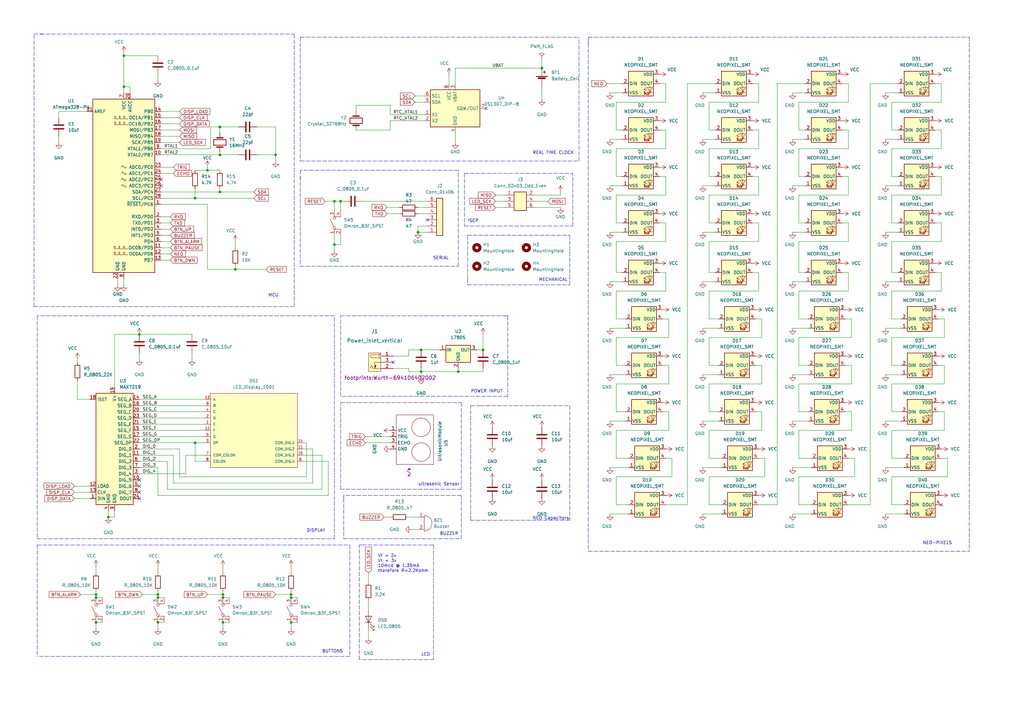
<source format=kicad_sch>
(kicad_sch (version 20211123) (generator eeschema)
  (paper "A3")
  (junction (at 39.37 255.27))
  (junction (at 50.8 22.86))
  (junction (at 91.44 243.84))
  (junction (at 91.44 245.11))
  (junction (at 80.01 181.61))
  (junction (at 171.45 95.25))
  (junction (at 44.45 212.09))
  (junction (at 64.77 243.84))
  (junction (at 91.44 255.27))
  (junction (at 137.16 100.33))
  (junction (at 80.01 81.28))
  (junction (at 198.12 143.51))
  (junction (at 64.77 255.27))
  (junction (at 137.16 82.55))
  (junction (at 222.25 27.94))
  (junction (at 64.77 245.11))
  (junction (at 119.38 255.27))
  (junction (at 90.17 63.5))
  (junction (at 119.38 243.84))
  (junction (at 96.52 110.49))
  (junction (at 39.37 245.11))
  (junction (at 139.7 82.55))
  (junction (at 50.8 35.56))
  (junction (at 113.03 63.5))
  (junction (at 90.17 52.07))
  (junction (at 187.96 152.4))
  (junction (at 172.72 152.4))
  (junction (at 172.72 143.51))
  (junction (at 90.17 78.74))
  (junction (at 85.09 69.85))
  (junction (at 57.15 137.16))
  (junction (at 119.38 245.11))
  (junction (at 39.37 243.84))
  (no_connect (at 66.04 76.2))
  (no_connect (at 66.04 73.66))
  (no_connect (at 57.15 201.93))
  (no_connect (at 57.15 199.39))
  (no_connect (at 57.15 204.47))
  (no_connect (at 386.08 207.01))
  (no_connect (at 175.26 90.17))
  (no_connect (at 199.39 44.45))
  (no_connect (at 161.29 148.59))
  (no_connect (at 57.15 196.85))
  (wire (pts (xy 39.37 232.41) (xy 39.37 234.95)))
  (wire (pts (xy 137.16 96.52) (xy 137.16 100.33)))
  (wire (pts (xy 172.72 152.4) (xy 172.72 154.94)))
  (wire (pts (xy 288.29 172.72) (xy 294.64 172.72)))
  (wire (pts (xy 347.98 91.44) (xy 347.98 99.06)))
  (wire (pts (xy 290.83 111.76) (xy 293.37 111.76)))
  (wire (pts (xy 66.04 48.26) (xy 73.66 48.26)))
  (polyline (pts (xy 147.32 270.51) (xy 147.32 223.52)))
  (wire (pts (xy 252.73 149.86) (xy 256.54 149.86)))
  (wire (pts (xy 325.12 76.2) (xy 330.2 76.2)))
  (wire (pts (xy 309.88 149.86) (xy 312.42 149.86)))
  (wire (pts (xy 250.19 191.77) (xy 257.81 191.77)))
  (wire (pts (xy 274.32 138.43) (xy 252.73 138.43)))
  (wire (pts (xy 388.62 187.96) (xy 388.62 195.58)))
  (wire (pts (xy 271.78 149.86) (xy 274.32 149.86)))
  (wire (pts (xy 171.45 85.09) (xy 175.26 85.09)))
  (wire (pts (xy 248.92 34.29) (xy 255.27 34.29)))
  (wire (pts (xy 290.83 91.44) (xy 293.37 91.44)))
  (wire (pts (xy 386.08 72.39) (xy 386.08 80.01)))
  (wire (pts (xy 68.58 200.66) (xy 132.08 200.66)))
  (wire (pts (xy 349.25 157.48) (xy 327.66 157.48)))
  (wire (pts (xy 66.04 101.6) (xy 69.85 101.6)))
  (polyline (pts (xy 196.85 213.36) (xy 193.04 213.36)))
  (polyline (pts (xy 147.32 223.52) (xy 148.59 223.52)))
  (wire (pts (xy 325.12 95.25) (xy 330.2 95.25)))
  (wire (pts (xy 76.2 186.69) (xy 83.82 186.69)))
  (wire (pts (xy 139.7 82.55) (xy 139.7 86.36)))
  (wire (pts (xy 312.42 130.81) (xy 312.42 138.43)))
  (wire (pts (xy 363.22 76.2) (xy 368.3 76.2)))
  (wire (pts (xy 347.98 111.76) (xy 347.98 119.38)))
  (wire (pts (xy 290.83 60.96) (xy 290.83 72.39)))
  (wire (pts (xy 30.48 204.47) (xy 36.83 204.47)))
  (wire (pts (xy 311.15 207.01) (xy 318.77 207.01)))
  (wire (pts (xy 158.75 87.63) (xy 163.83 87.63)))
  (wire (pts (xy 128.27 198.12) (xy 128.27 184.15)))
  (wire (pts (xy 24.13 45.72) (xy 35.56 45.72)))
  (wire (pts (xy 66.04 93.98) (xy 69.85 93.98)))
  (wire (pts (xy 347.98 80.01) (xy 327.66 80.01)))
  (wire (pts (xy 363.22 210.82) (xy 370.84 210.82)))
  (wire (pts (xy 288.29 76.2) (xy 293.37 76.2)))
  (wire (pts (xy 71.12 198.12) (xy 128.27 198.12)))
  (wire (pts (xy 363.22 191.77) (xy 370.84 191.77)))
  (polyline (pts (xy 13.97 13.97) (xy 17.78 13.97)))
  (wire (pts (xy 119.38 232.41) (xy 119.38 234.95)))
  (wire (pts (xy 288.29 95.25) (xy 293.37 95.25)))
  (wire (pts (xy 273.05 60.96) (xy 252.73 60.96)))
  (wire (pts (xy 273.05 91.44) (xy 273.05 99.06)))
  (wire (pts (xy 270.51 53.34) (xy 273.05 53.34)))
  (wire (pts (xy 386.08 119.38) (xy 365.76 119.38)))
  (wire (pts (xy 119.38 245.11) (xy 121.92 245.11)))
  (wire (pts (xy 383.54 91.44) (xy 386.08 91.44)))
  (wire (pts (xy 167.64 146.05) (xy 167.64 143.51)))
  (wire (pts (xy 388.62 195.58) (xy 365.76 195.58)))
  (wire (pts (xy 66.04 106.68) (xy 69.85 106.68)))
  (wire (pts (xy 57.15 137.16) (xy 78.74 137.16)))
  (wire (pts (xy 66.04 91.44) (xy 69.85 91.44)))
  (wire (pts (xy 386.08 53.34) (xy 386.08 60.96)))
  (wire (pts (xy 184.15 30.48) (xy 184.15 34.29)))
  (wire (pts (xy 274.32 176.53) (xy 252.73 176.53)))
  (wire (pts (xy 31.75 147.32) (xy 31.75 148.59)))
  (wire (pts (xy 252.73 53.34) (xy 255.27 53.34)))
  (wire (pts (xy 91.44 255.27) (xy 91.44 257.81)))
  (wire (pts (xy 308.61 72.39) (xy 311.15 72.39)))
  (wire (pts (xy 327.66 138.43) (xy 327.66 149.86)))
  (wire (pts (xy 311.15 91.44) (xy 311.15 99.06)))
  (wire (pts (xy 252.73 187.96) (xy 257.81 187.96)))
  (wire (pts (xy 137.16 100.33) (xy 139.7 100.33)))
  (wire (pts (xy 96.52 109.22) (xy 96.52 110.49)))
  (wire (pts (xy 83.82 189.23) (xy 80.01 189.23)))
  (wire (pts (xy 39.37 243.84) (xy 39.37 245.11)))
  (wire (pts (xy 132.08 186.69) (xy 124.46 186.69)))
  (wire (pts (xy 78.74 144.78) (xy 78.74 147.32)))
  (wire (pts (xy 57.15 171.45) (xy 83.82 171.45)))
  (wire (pts (xy 274.32 157.48) (xy 252.73 157.48)))
  (wire (pts (xy 57.15 144.78) (xy 57.15 147.32)))
  (wire (pts (xy 327.66 130.81) (xy 331.47 130.81)))
  (wire (pts (xy 91.44 232.41) (xy 91.44 234.95)))
  (wire (pts (xy 290.83 80.01) (xy 290.83 91.44)))
  (wire (pts (xy 124.46 181.61) (xy 125.73 181.61)))
  (wire (pts (xy 91.44 242.57) (xy 91.44 243.84)))
  (polyline (pts (xy 140.97 220.98) (xy 189.23 220.98)))
  (wire (pts (xy 273.05 72.39) (xy 273.05 80.01)))
  (wire (pts (xy 161.29 146.05) (xy 167.64 146.05)))
  (wire (pts (xy 349.25 176.53) (xy 327.66 176.53)))
  (wire (pts (xy 311.15 119.38) (xy 290.83 119.38)))
  (polyline (pts (xy 189.23 220.98) (xy 189.23 203.2)))
  (wire (pts (xy 252.73 138.43) (xy 252.73 149.86)))
  (wire (pts (xy 252.73 130.81) (xy 256.54 130.81)))
  (wire (pts (xy 64.77 245.11) (xy 67.31 245.11)))
  (polyline (pts (xy 123.19 72.39) (xy 123.19 109.22)))
  (wire (pts (xy 290.83 195.58) (xy 290.83 207.01)))
  (polyline (pts (xy 187.96 109.22) (xy 187.96 69.85)))
  (wire (pts (xy 161.29 151.13) (xy 167.64 151.13)))
  (polyline (pts (xy 13.97 125.73) (xy 13.97 13.97)))
  (polyline (pts (xy 187.96 69.85) (xy 123.19 69.85)))
  (wire (pts (xy 311.15 111.76) (xy 311.15 119.38)))
  (wire (pts (xy 187.96 152.4) (xy 198.12 152.4)))
  (wire (pts (xy 327.66 176.53) (xy 327.66 187.96)))
  (wire (pts (xy 160.02 46.99) (xy 173.99 46.99)))
  (wire (pts (xy 31.75 163.83) (xy 36.83 163.83)))
  (wire (pts (xy 133.35 82.55) (xy 137.16 82.55)))
  (wire (pts (xy 383.54 111.76) (xy 386.08 111.76)))
  (wire (pts (xy 157.48 212.09) (xy 160.02 212.09)))
  (wire (pts (xy 91.44 245.11) (xy 93.98 245.11)))
  (wire (pts (xy 270.51 111.76) (xy 273.05 111.76)))
  (wire (pts (xy 384.81 149.86) (xy 387.35 149.86)))
  (wire (pts (xy 273.05 207.01) (xy 281.94 207.01)))
  (wire (pts (xy 363.22 153.67) (xy 369.57 153.67)))
  (wire (pts (xy 186.69 27.94) (xy 222.25 27.94)))
  (polyline (pts (xy 237.49 66.04) (xy 237.49 15.24)))
  (wire (pts (xy 66.04 68.58) (xy 71.12 68.58)))
  (wire (pts (xy 57.15 166.37) (xy 83.82 166.37)))
  (wire (pts (xy 167.64 143.51) (xy 172.72 143.51)))
  (wire (pts (xy 252.73 111.76) (xy 255.27 111.76)))
  (wire (pts (xy 387.35 138.43) (xy 365.76 138.43)))
  (wire (pts (xy 325.12 38.1) (xy 330.2 38.1)))
  (wire (pts (xy 365.76 130.81) (xy 369.57 130.81)))
  (wire (pts (xy 64.77 255.27) (xy 67.31 255.27)))
  (wire (pts (xy 311.15 41.91) (xy 290.83 41.91)))
  (polyline (pts (xy 120.65 13.97) (xy 120.65 125.73)))
  (wire (pts (xy 85.09 68.58) (xy 85.09 69.85)))
  (wire (pts (xy 66.04 45.72) (xy 73.66 45.72)))
  (wire (pts (xy 139.7 82.55) (xy 140.97 82.55)))
  (wire (pts (xy 325.12 153.67) (xy 331.47 153.67)))
  (wire (pts (xy 132.08 200.66) (xy 132.08 186.69)))
  (wire (pts (xy 288.29 191.77) (xy 295.91 191.77)))
  (wire (pts (xy 148.59 82.55) (xy 175.26 82.55)))
  (wire (pts (xy 325.12 57.15) (xy 330.2 57.15)))
  (polyline (pts (xy 193.04 166.37) (xy 196.85 166.37)))
  (wire (pts (xy 386.08 111.76) (xy 386.08 119.38)))
  (wire (pts (xy 290.83 99.06) (xy 290.83 111.76)))
  (wire (pts (xy 33.02 243.84) (xy 39.37 243.84)))
  (wire (pts (xy 151.13 246.38) (xy 151.13 250.19)))
  (wire (pts (xy 30.48 201.93) (xy 36.83 201.93)))
  (polyline (pts (xy 15.24 223.52) (xy 15.24 269.24)))
  (wire (pts (xy 252.73 168.91) (xy 256.54 168.91)))
  (wire (pts (xy 271.78 168.91) (xy 274.32 168.91)))
  (wire (pts (xy 252.73 176.53) (xy 252.73 187.96)))
  (wire (pts (xy 270.51 91.44) (xy 273.05 91.44)))
  (wire (pts (xy 313.69 195.58) (xy 290.83 195.58)))
  (wire (pts (xy 66.04 99.06) (xy 69.85 99.06)))
  (wire (pts (xy 350.52 195.58) (xy 327.66 195.58)))
  (polyline (pts (xy 137.16 220.98) (xy 137.16 129.54)))
  (wire (pts (xy 363.22 115.57) (xy 368.3 115.57)))
  (polyline (pts (xy 190.5 71.12) (xy 190.5 92.71)))
  (wire (pts (xy 167.64 152.4) (xy 172.72 152.4)))
  (wire (pts (xy 290.83 72.39) (xy 293.37 72.39)))
  (wire (pts (xy 365.76 187.96) (xy 370.84 187.96)))
  (wire (pts (xy 281.94 34.29) (xy 281.94 207.01)))
  (wire (pts (xy 68.58 189.23) (xy 68.58 200.66)))
  (wire (pts (xy 46.99 137.16) (xy 57.15 137.16)))
  (wire (pts (xy 384.81 168.91) (xy 387.35 168.91)))
  (wire (pts (xy 387.35 149.86) (xy 387.35 157.48)))
  (wire (pts (xy 365.76 176.53) (xy 365.76 187.96)))
  (wire (pts (xy 271.78 130.81) (xy 274.32 130.81)))
  (wire (pts (xy 167.64 212.09) (xy 171.45 212.09)))
  (wire (pts (xy 363.22 172.72) (xy 369.57 172.72)))
  (polyline (pts (xy 177.8 223.52) (xy 177.8 270.51)))
  (wire (pts (xy 186.69 54.61) (xy 186.69 58.42)))
  (polyline (pts (xy 208.28 162.56) (xy 139.7 162.56)))
  (polyline (pts (xy 233.68 116.84) (xy 233.68 114.3)))
  (wire (pts (xy 80.01 77.47) (xy 80.01 81.28)))
  (wire (pts (xy 39.37 245.11) (xy 41.91 245.11)))
  (wire (pts (xy 137.16 82.55) (xy 139.7 82.55)))
  (wire (pts (xy 24.13 48.26) (xy 24.13 45.72)))
  (wire (pts (xy 66.04 78.74) (xy 90.17 78.74)))
  (wire (pts (xy 290.83 168.91) (xy 294.64 168.91)))
  (wire (pts (xy 252.73 195.58) (xy 252.73 207.01)))
  (wire (pts (xy 48.26 116.84) (xy 48.26 114.3)))
  (wire (pts (xy 386.08 80.01) (xy 365.76 80.01)))
  (polyline (pts (xy 233.68 96.52) (xy 233.68 114.3)))
  (wire (pts (xy 119.38 255.27) (xy 119.38 257.81)))
  (wire (pts (xy 365.76 195.58) (xy 365.76 207.01)))
  (wire (pts (xy 327.66 99.06) (xy 327.66 111.76)))
  (polyline (pts (xy 123.19 109.22) (xy 187.96 109.22)))
  (wire (pts (xy 308.61 91.44) (xy 311.15 91.44)))
  (wire (pts (xy 171.45 87.63) (xy 175.26 87.63)))
  (wire (pts (xy 57.15 168.91) (xy 83.82 168.91)))
  (wire (pts (xy 311.15 72.39) (xy 311.15 80.01)))
  (wire (pts (xy 124.46 184.15) (xy 128.27 184.15)))
  (wire (pts (xy 252.73 60.96) (xy 252.73 72.39)))
  (polyline (pts (xy 241.3 15.24) (xy 397.51 15.24)))
  (wire (pts (xy 39.37 255.27) (xy 39.37 257.81)))
  (wire (pts (xy 44.45 212.09) (xy 46.99 212.09)))
  (wire (pts (xy 327.66 168.91) (xy 331.47 168.91)))
  (wire (pts (xy 252.73 41.91) (xy 252.73 53.34)))
  (wire (pts (xy 318.77 34.29) (xy 318.77 207.01)))
  (wire (pts (xy 288.29 134.62) (xy 294.64 134.62)))
  (wire (pts (xy 327.66 53.34) (xy 330.2 53.34)))
  (polyline (pts (xy 190.5 92.71) (xy 234.95 92.71)))
  (wire (pts (xy 90.17 52.07) (xy 90.17 54.61)))
  (polyline (pts (xy 190.5 71.12) (xy 234.95 71.12)))
  (wire (pts (xy 308.61 34.29) (xy 311.15 34.29)))
  (wire (pts (xy 365.76 138.43) (xy 365.76 149.86)))
  (wire (pts (xy 158.75 85.09) (xy 163.83 85.09)))
  (wire (pts (xy 250.19 115.57) (xy 255.27 115.57)))
  (wire (pts (xy 387.35 130.81) (xy 387.35 138.43)))
  (wire (pts (xy 57.15 173.99) (xy 83.82 173.99)))
  (wire (pts (xy 146.05 53.34) (xy 160.02 53.34)))
  (wire (pts (xy 24.13 55.88) (xy 24.13 58.42)))
  (wire (pts (xy 273.05 41.91) (xy 252.73 41.91)))
  (wire (pts (xy 311.15 80.01) (xy 290.83 80.01)))
  (wire (pts (xy 146.05 45.72) (xy 146.05 43.18)))
  (polyline (pts (xy 123.19 15.24) (xy 237.49 15.24)))
  (wire (pts (xy 186.69 34.29) (xy 186.69 27.94)))
  (wire (pts (xy 386.08 34.29) (xy 386.08 41.91)))
  (wire (pts (xy 275.59 195.58) (xy 252.73 195.58)))
  (wire (pts (xy 203.2 82.55) (xy 207.01 82.55)))
  (polyline (pts (xy 191.77 114.3) (xy 191.77 116.84)))
  (wire (pts (xy 149.86 179.07) (xy 160.02 179.07)))
  (wire (pts (xy 66.04 53.34) (xy 73.66 53.34)))
  (wire (pts (xy 327.66 207.01) (xy 332.74 207.01)))
  (wire (pts (xy 275.59 187.96) (xy 275.59 195.58)))
  (wire (pts (xy 365.76 111.76) (xy 368.3 111.76)))
  (wire (pts (xy 386.08 91.44) (xy 386.08 99.06)))
  (wire (pts (xy 311.15 53.34) (xy 311.15 60.96)))
  (wire (pts (xy 290.83 176.53) (xy 290.83 187.96)))
  (polyline (pts (xy 234.95 92.71) (xy 234.95 71.12)))
  (wire (pts (xy 66.04 58.42) (xy 73.66 58.42)))
  (wire (pts (xy 90.17 62.23) (xy 90.17 63.5)))
  (wire (pts (xy 384.81 130.81) (xy 387.35 130.81)))
  (wire (pts (xy 290.83 41.91) (xy 290.83 53.34)))
  (wire (pts (xy 171.45 92.71) (xy 175.26 92.71)))
  (polyline (pts (xy 177.8 270.51) (xy 147.32 270.51)))
  (wire (pts (xy 151.13 257.81) (xy 151.13 261.62)))
  (wire (pts (xy 365.76 168.91) (xy 369.57 168.91)))
  (wire (pts (xy 119.38 243.84) (xy 119.38 245.11)))
  (wire (pts (xy 113.03 243.84) (xy 119.38 243.84)))
  (polyline (pts (xy 241.3 16.51) (xy 241.3 17.78)))
  (wire (pts (xy 91.44 243.84) (xy 91.44 245.11)))
  (wire (pts (xy 172.72 143.51) (xy 180.34 143.51)))
  (wire (pts (xy 137.16 100.33) (xy 137.16 102.87)))
  (wire (pts (xy 31.75 156.21) (xy 31.75 163.83)))
  (wire (pts (xy 288.29 115.57) (xy 293.37 115.57)))
  (wire (pts (xy 250.19 134.62) (xy 256.54 134.62)))
  (polyline (pts (xy 241.3 17.78) (xy 241.3 226.06)))
  (wire (pts (xy 66.04 81.28) (xy 80.01 81.28)))
  (polyline (pts (xy 15.24 129.54) (xy 15.24 220.98)))
  (wire (pts (xy 64.77 191.77) (xy 64.77 203.2)))
  (wire (pts (xy 80.01 189.23) (xy 80.01 181.61)))
  (wire (pts (xy 50.8 22.86) (xy 64.77 22.86)))
  (wire (pts (xy 308.61 111.76) (xy 311.15 111.76)))
  (wire (pts (xy 64.77 203.2) (xy 134.62 203.2)))
  (wire (pts (xy 173.99 49.53) (xy 160.02 49.53)))
  (wire (pts (xy 252.73 157.48) (xy 252.73 168.91)))
  (polyline (pts (xy 193.04 213.36) (xy 193.04 166.37)))
  (polyline (pts (xy 196.85 166.37) (xy 199.39 166.37)))
  (wire (pts (xy 327.66 149.86) (xy 331.47 149.86)))
  (wire (pts (xy 356.87 34.29) (xy 368.3 34.29)))
  (polyline (pts (xy 199.39 166.37) (xy 233.68 166.37)))
  (wire (pts (xy 290.83 207.01) (xy 295.91 207.01)))
  (wire (pts (xy 387.35 176.53) (xy 365.76 176.53)))
  (wire (pts (xy 134.62 203.2) (xy 134.62 189.23)))
  (wire (pts (xy 327.66 119.38) (xy 327.66 130.81)))
  (wire (pts (xy 57.15 189.23) (xy 68.58 189.23)))
  (wire (pts (xy 345.44 53.34) (xy 347.98 53.34)))
  (wire (pts (xy 46.99 137.16) (xy 46.99 158.75)))
  (wire (pts (xy 386.08 60.96) (xy 365.76 60.96)))
  (wire (pts (xy 386.08 187.96) (xy 388.62 187.96)))
  (polyline (pts (xy 123.19 15.24) (xy 123.19 66.04)))
  (wire (pts (xy 273.05 34.29) (xy 273.05 41.91)))
  (wire (pts (xy 290.83 53.34) (xy 293.37 53.34)))
  (wire (pts (xy 119.38 255.27) (xy 121.92 255.27)))
  (wire (pts (xy 39.37 242.57) (xy 39.37 243.84)))
  (polyline (pts (xy 139.7 165.1) (xy 142.24 165.1)))
  (wire (pts (xy 50.8 35.56) (xy 50.8 38.1)))
  (wire (pts (xy 172.72 151.13) (xy 172.72 152.4)))
  (wire (pts (xy 250.19 172.72) (xy 256.54 172.72)))
  (wire (pts (xy 66.04 55.88) (xy 73.66 55.88)))
  (wire (pts (xy 347.98 60.96) (xy 327.66 60.96)))
  (wire (pts (xy 160.02 43.18) (xy 160.02 46.99)))
  (wire (pts (xy 327.66 157.48) (xy 327.66 168.91)))
  (wire (pts (xy 347.98 207.01) (xy 356.87 207.01)))
  (wire (pts (xy 80.01 69.85) (xy 85.09 69.85)))
  (wire (pts (xy 50.8 21.59) (xy 50.8 22.86)))
  (wire (pts (xy 288.29 57.15) (xy 293.37 57.15)))
  (wire (pts (xy 50.8 22.86) (xy 50.8 35.56)))
  (polyline (pts (xy 189.23 200.66) (xy 139.7 200.66)))
  (wire (pts (xy 383.54 53.34) (xy 386.08 53.34)))
  (wire (pts (xy 290.83 187.96) (xy 295.91 187.96)))
  (polyline (pts (xy 123.19 69.85) (xy 123.19 73.66)))
  (wire (pts (xy 66.04 104.14) (xy 69.85 104.14)))
  (wire (pts (xy 365.76 53.34) (xy 368.3 53.34)))
  (wire (pts (xy 365.76 41.91) (xy 365.76 53.34)))
  (polyline (pts (xy 139.7 200.66) (xy 139.7 165.1)))
  (wire (pts (xy 187.96 152.4) (xy 187.96 151.13)))
  (wire (pts (xy 365.76 60.96) (xy 365.76 72.39)))
  (polyline (pts (xy 120.65 125.73) (xy 13.97 125.73)))
  (wire (pts (xy 57.15 194.31) (xy 76.2 194.31)))
  (wire (pts (xy 250.19 38.1) (xy 255.27 38.1)))
  (wire (pts (xy 160.02 49.53) (xy 160.02 53.34)))
  (wire (pts (xy 57.15 184.15) (xy 73.66 184.15)))
  (polyline (pts (xy 191.77 96.52) (xy 191.77 114.3)))
  (wire (pts (xy 139.7 100.33) (xy 139.7 96.52)))
  (wire (pts (xy 349.25 130.81) (xy 349.25 138.43)))
  (wire (pts (xy 219.71 82.55) (xy 224.79 82.55)))
  (wire (pts (xy 203.2 85.09) (xy 207.01 85.09)))
  (wire (pts (xy 325.12 172.72) (xy 331.47 172.72)))
  (wire (pts (xy 250.19 95.25) (xy 255.27 95.25)))
  (polyline (pts (xy 191.77 96.52) (xy 233.68 96.52)))
  (wire (pts (xy 170.18 41.91) (xy 173.99 41.91)))
  (polyline (pts (xy 233.68 166.37) (xy 233.68 213.36)))
  (wire (pts (xy 57.15 176.53) (xy 83.82 176.53)))
  (wire (pts (xy 383.54 34.29) (xy 386.08 34.29)))
  (wire (pts (xy 325.12 210.82) (xy 332.74 210.82)))
  (wire (pts (xy 85.09 83.82) (xy 85.09 110.49)))
  (wire (pts (xy 219.71 85.09) (xy 229.87 85.09)))
  (wire (pts (xy 347.98 34.29) (xy 347.98 41.91)))
  (wire (pts (xy 90.17 78.74) (xy 104.14 78.74)))
  (wire (pts (xy 273.05 187.96) (xy 275.59 187.96)))
  (wire (pts (xy 198.12 152.4) (xy 198.12 151.13)))
  (wire (pts (xy 347.98 41.91) (xy 327.66 41.91)))
  (wire (pts (xy 345.44 91.44) (xy 347.98 91.44)))
  (wire (pts (xy 350.52 187.96) (xy 350.52 195.58)))
  (polyline (pts (xy 233.68 213.36) (xy 196.85 213.36)))
  (polyline (pts (xy 143.51 223.52) (xy 143.51 269.24)))
  (wire (pts (xy 365.76 149.86) (xy 369.57 149.86)))
  (wire (pts (xy 311.15 187.96) (xy 313.69 187.96)))
  (wire (pts (xy 347.98 72.39) (xy 347.98 80.01)))
  (wire (pts (xy 274.32 168.91) (xy 274.32 176.53)))
  (wire (pts (xy 250.19 153.67) (xy 256.54 153.67)))
  (wire (pts (xy 311.15 60.96) (xy 290.83 60.96)))
  (wire (pts (xy 288.29 153.67) (xy 294.64 153.67)))
  (wire (pts (xy 44.45 209.55) (xy 44.45 212.09)))
  (polyline (pts (xy 191.77 116.84) (xy 233.68 116.84)))
  (wire (pts (xy 290.83 149.86) (xy 294.64 149.86)))
  (polyline (pts (xy 142.24 165.1) (xy 189.23 165.1)))
  (polyline (pts (xy 15.24 223.52) (xy 143.51 223.52)))
  (wire (pts (xy 281.94 34.29) (xy 293.37 34.29)))
  (polyline (pts (xy 189.23 203.2) (xy 140.97 203.2)))
  (polyline (pts (xy 140.97 204.47) (xy 140.97 220.98)))
  (wire (pts (xy 64.77 242.57) (xy 64.77 243.84)))
  (wire (pts (xy 363.22 95.25) (xy 368.3 95.25)))
  (wire (pts (xy 80.01 81.28) (xy 104.14 81.28)))
  (wire (pts (xy 327.66 111.76) (xy 330.2 111.76)))
  (wire (pts (xy 386.08 99.06) (xy 365.76 99.06)))
  (wire (pts (xy 125.73 195.58) (xy 125.73 181.61)))
  (wire (pts (xy 346.71 130.81) (xy 349.25 130.81)))
  (wire (pts (xy 311.15 99.06) (xy 290.83 99.06)))
  (wire (pts (xy 325.12 191.77) (xy 332.74 191.77)))
  (wire (pts (xy 134.62 189.23) (xy 124.46 189.23)))
  (wire (pts (xy 312.42 157.48) (xy 290.83 157.48)))
  (wire (pts (xy 327.66 72.39) (xy 330.2 72.39)))
  (wire (pts (xy 50.8 114.3) (xy 50.8 116.84)))
  (wire (pts (xy 149.86 181.61) (xy 160.02 181.61)))
  (polyline (pts (xy 148.59 223.52) (xy 177.8 223.52)))
  (wire (pts (xy 86.36 52.07) (xy 90.17 52.07)))
  (wire (pts (xy 146.05 43.18) (xy 160.02 43.18)))
  (wire (pts (xy 312.42 138.43) (xy 290.83 138.43)))
  (wire (pts (xy 66.04 63.5) (xy 90.17 63.5)))
  (wire (pts (xy 345.44 111.76) (xy 347.98 111.76)))
  (wire (pts (xy 53.34 35.56) (xy 53.34 38.1)))
  (polyline (pts (xy 123.19 66.04) (xy 237.49 66.04)))
  (wire (pts (xy 363.22 134.62) (xy 369.57 134.62)))
  (wire (pts (xy 312.42 168.91) (xy 312.42 176.53)))
  (wire (pts (xy 346.71 168.91) (xy 349.25 168.91)))
  (polyline (pts (xy 15.24 220.98) (xy 137.16 220.98)))
  (wire (pts (xy 30.48 199.39) (xy 36.83 199.39)))
  (polyline (pts (xy 208.28 129.54) (xy 208.28 162.56)))
  (wire (pts (xy 290.83 130.81) (xy 294.64 130.81)))
  (wire (pts (xy 66.04 50.8) (xy 73.66 50.8)))
  (wire (pts (xy 347.98 187.96) (xy 350.52 187.96)))
  (wire (pts (xy 105.41 63.5) (xy 113.03 63.5)))
  (wire (pts (xy 58.42 243.84) (xy 64.77 243.84)))
  (wire (pts (xy 327.66 60.96) (xy 327.66 72.39)))
  (wire (pts (xy 64.77 30.48) (xy 64.77 33.02)))
  (wire (pts (xy 290.83 119.38) (xy 290.83 130.81)))
  (wire (pts (xy 311.15 34.29) (xy 311.15 41.91)))
  (wire (pts (xy 273.05 119.38) (xy 252.73 119.38)))
  (wire (pts (xy 365.76 91.44) (xy 368.3 91.44)))
  (wire (pts (xy 387.35 157.48) (xy 365.76 157.48)))
  (wire (pts (xy 222.25 35.56) (xy 222.25 40.64)))
  (wire (pts (xy 288.29 210.82) (xy 295.91 210.82)))
  (polyline (pts (xy 137.16 129.54) (xy 15.24 129.54)))
  (wire (pts (xy 327.66 41.91) (xy 327.66 53.34)))
  (wire (pts (xy 39.37 255.27) (xy 41.91 255.27)))
  (wire (pts (xy 66.04 71.12) (xy 71.12 71.12)))
  (wire (pts (xy 318.77 34.29) (xy 330.2 34.29)))
  (wire (pts (xy 105.41 52.07) (xy 113.03 52.07)))
  (wire (pts (xy 137.16 82.55) (xy 137.16 86.36)))
  (wire (pts (xy 365.76 157.48) (xy 365.76 168.91)))
  (wire (pts (xy 347.98 53.34) (xy 347.98 60.96)))
  (wire (pts (xy 73.66 184.15) (xy 73.66 195.58)))
  (wire (pts (xy 313.69 187.96) (xy 313.69 195.58)))
  (polyline (pts (xy 143.51 269.24) (xy 15.24 269.24)))
  (wire (pts (xy 349.25 138.43) (xy 327.66 138.43)))
  (wire (pts (xy 50.8 35.56) (xy 53.34 35.56)))
  (wire (pts (xy 90.17 52.07) (xy 97.79 52.07)))
  (wire (pts (xy 290.83 157.48) (xy 290.83 168.91)))
  (wire (pts (xy 327.66 195.58) (xy 327.66 207.01)))
  (wire (pts (xy 273.05 111.76) (xy 273.05 119.38)))
  (wire (pts (xy 66.04 96.52) (xy 69.85 96.52)))
  (wire (pts (xy 288.29 38.1) (xy 293.37 38.1)))
  (wire (pts (xy 229.87 78.74) (xy 229.87 80.01)))
  (wire (pts (xy 252.73 72.39) (xy 255.27 72.39)))
  (wire (pts (xy 252.73 80.01) (xy 252.73 91.44)))
  (polyline (pts (xy 140.97 203.2) (xy 140.97 204.47)))
  (wire (pts (xy 57.15 186.69) (xy 71.12 186.69)))
  (wire (pts (xy 345.44 34.29) (xy 347.98 34.29)))
  (polyline (pts (xy 139.7 162.56) (xy 139.7 129.54)))
  (wire (pts (xy 64.77 232.41) (xy 64.77 234.95)))
  (wire (pts (xy 252.73 91.44) (xy 255.27 91.44)))
  (wire (pts (xy 66.04 60.96) (xy 86.36 60.96)))
  (wire (pts (xy 203.2 80.01) (xy 207.01 80.01)))
  (wire (pts (xy 356.87 34.29) (xy 356.87 207.01)))
  (wire (pts (xy 365.76 80.01) (xy 365.76 91.44)))
  (wire (pts (xy 86.36 60.96) (xy 86.36 52.07)))
  (wire (pts (xy 96.52 110.49) (xy 109.22 110.49)))
  (wire (pts (xy 113.03 63.5) (xy 113.03 66.04)))
  (wire (pts (xy 195.58 143.51) (xy 198.12 143.51)))
  (wire (pts (xy 327.66 91.44) (xy 330.2 91.44)))
  (wire (pts (xy 250.19 210.82) (xy 257.81 210.82)))
  (wire (pts (xy 198.12 137.16) (xy 198.12 143.51)))
  (wire (pts (xy 347.98 99.06) (xy 327.66 99.06)))
  (polyline (pts (xy 397.51 15.24) (xy 397.51 226.06)))
  (polyline (pts (xy 241.3 15.24) (xy 241.3 16.51)))
  (wire (pts (xy 386.08 41.91) (xy 365.76 41.91)))
  (wire (pts (xy 349.25 168.91) (xy 349.25 176.53)))
  (wire (pts (xy 85.09 110.49) (xy 96.52 110.49)))
  (wire (pts (xy 273.05 53.34) (xy 273.05 60.96)))
  (wire (pts (xy 252.73 207.01) (xy 257.81 207.01)))
  (wire (pts (xy 90.17 77.47) (xy 90.17 78.74)))
  (wire (pts (xy 85.09 69.85) (xy 90.17 69.85)))
  (wire (pts (xy 168.91 217.17) (xy 171.45 217.17)))
  (wire (pts (xy 113.03 52.07) (xy 113.03 63.5)))
  (wire (pts (xy 66.04 83.82) (xy 85.09 83.82)))
  (wire (pts (xy 349.25 149.86) (xy 349.25 157.48)))
  (wire (pts (xy 325.12 115.57) (xy 330.2 115.57)))
  (wire (pts (xy 274.32 149.86) (xy 274.32 157.48)))
  (wire (pts (xy 73.66 195.58) (xy 125.73 195.58)))
  (wire (pts (xy 90.17 63.5) (xy 97.79 63.5)))
  (wire (pts (xy 66.04 88.9) (xy 69.85 88.9)))
  (wire (pts (xy 274.32 130.81) (xy 274.32 138.43)))
  (wire (pts (xy 312.42 176.53) (xy 290.83 176.53)))
  (polyline (pts (xy 139.7 129.54) (xy 208.28 129.54)))
  (wire (pts (xy 309.88 130.81) (xy 312.42 130.81)))
  (wire (pts (xy 327.66 187.96) (xy 332.74 187.96)))
  (wire (pts (xy 151.13 234.95) (xy 151.13 238.76)))
  (wire (pts (xy 57.15 179.07) (xy 83.82 179.07)))
  (wire (pts (xy 308.61 53.34) (xy 311.15 53.34)))
  (wire (pts (xy 273.05 99.06) (xy 252.73 99.06)))
  (wire (pts (xy 57.15 163.83) (xy 83.82 163.83)))
  (wire (pts (xy 172.72 152.4) (xy 187.96 152.4)))
  (wire (pts (xy 252.73 119.38) (xy 252.73 130.81)))
  (wire (pts (xy 363.22 57.15) (xy 368.3 57.15)))
  (polyline (pts (xy 207.01 129.54) (xy 208.28 129.54)))
  (wire (pts (xy 57.15 191.77) (xy 64.77 191.77)))
  (wire (pts (xy 365.76 119.38) (xy 365.76 130.81)))
  (wire (pts (xy 167.64 151.13) (xy 167.64 152.4)))
  (wire (pts (xy 64.77 243.84) (xy 64.77 245.11)))
  (wire (pts (xy 365.76 99.06) (xy 365.76 111.76)))
  (wire (pts (xy 170.18 39.37) (xy 173.99 39.37)))
  (wire (pts (xy 346.71 149.86) (xy 349.25 149.86)))
  (wire (pts (xy 171.45 95.25) (xy 175.26 95.25)))
  (wire (pts (xy 273.05 80.01) (xy 252.73 80.01)))
  (wire (pts (xy 327.66 80.01) (xy 327.66 91.44)))
  (wire (pts (xy 250.19 76.2) (xy 255.27 76.2)))
  (wire (pts (xy 252.73 99.06) (xy 252.73 111.76)))
  (wire (pts (xy 71.12 186.69) (xy 71.12 198.12)))
  (wire (pts (xy 345.44 72.39) (xy 347.98 72.39)))
  (polyline (pts (xy 189.23 165.1) (xy 189.23 200.66)))
  (wire (pts (xy 250.19 57.15) (xy 255.27 57.15)))
  (wire (pts (xy 365.76 72.39) (xy 368.3 72.39)))
  (wire (pts (xy 64.77 255.27) (xy 64.77 257.81)))
  (wire (pts (xy 80.01 181.61) (xy 83.82 181.61)))
  (wire (pts (xy 76.2 194.31) (xy 76.2 186.69)))
  (wire (pts (xy 219.71 80.01) (xy 229.87 80.01)))
  (wire (pts (xy 119.38 242.57) (xy 119.38 243.84)))
  (wire (pts (xy 347.98 119.38) (xy 327.66 119.38)))
  (wire (pts (xy 270.51 72.39) (xy 273.05 72.39)))
  (wire (pts (xy 222.25 24.13) (xy 222.25 27.94)))
  (wire (pts (xy 383.54 72.39) (xy 386.08 72.39)))
  (wire (pts (xy 46.99 209.55) (xy 46.99 212.09)))
  (wire (pts (xy 290.83 138.43) (xy 290.83 149.86)))
  (wire (pts (xy 363.22 38.1) (xy 368.3 38.1)))
  (wire (pts (xy 387.35 168.91) (xy 387.35 176.53)))
  (wire (pts (xy 171.45 92.71) (xy 171.45 95.25)))
  (wire (pts (xy 96.52 99.06) (xy 96.52 101.6)))
  (polyline (pts (xy 16.51 13.97) (xy 120.65 13.97)))
  (wire (pts (xy 85.09 243.84) (xy 91.44 243.84)))
  (wire (pts (xy 309.88 168.91) (xy 312.42 168.91)))
  (wire (pts (xy 365.76 207.01) (xy 370.84 207.01)))
  (wire (pts (xy 91.44 255.27) (xy 93.98 255.27)))
  (wire (pts (xy 312.42 149.86) (xy 312.42 157.48)))
  (polyline (pts (xy 241.3 226.06) (xy 397.51 226.06)))
  (wire (pts (xy 270.51 34.29) (xy 273.05 34.29)))
  (wire (pts (xy 325.12 134.62) (xy 331.47 134.62)))
  (wire (pts (xy 57.15 181.61) (xy 80.01 181.61)))
  (text "Vf = 2v\nVr = 3v\n10mcd @ 1.35mA\ntherefore R=2.2Kohm" (at 154.94 234.95 0) (effects (font (size 1.27 1.27)) (justify left bottom)))
  (text "MECHANICAL" (at 220.98 115.57 0) (effects (font (size 1.27 1.27)) (justify left bottom)))
  (text "BUTTONS" (at 132.08 267.97 0) (effects (font (size 1.27 1.27)) (justify left bottom)))
  (text "ultrasonic Sensor" (at 171.45 199.39 0) (effects (font (size 1.27 1.27)) (justify left bottom)))
  (text "ISCP" (at 191.77 91.44 0) (effects (font (size 1.27 1.27)) (justify left bottom)))
  (text "NEO Capacitors" (at 218.44 213.36 0) (effects (font (size 1.27 1.27)) (justify left bottom)))
  (text "NEO-PIXELS" (at 378.46 223.52 0) (effects (font (size 1.27 1.27)) (justify left bottom)))
  (text "POWER INPUT" (at 193.04 161.29 0) (effects (font (size 1.27 1.27)) (justify left bottom)))
  (text "MCU" (at 114.3 121.92 180) (effects (font (size 1.27 1.27)) (justify right bottom)))
  (text "SERIAL" (at 184.15 106.68 180) (effects (font (size 1.27 1.27)) (justify right bottom)))
  (text "BUZZER" (at 180.34 219.71 0) (effects (font (size 1.27 1.27)) (justify left bottom)))
  (text "REAL TIME CLOCK" (at 218.44 63.5 0) (effects (font (size 1.27 1.27)) (justify left bottom)))
  (text "DISPLAY" (at 125.73 218.44 0) (effects (font (size 1.27 1.27)) (justify left bottom)))
  (text "LED" (at 172.72 269.24 0) (effects (font (size 1.27 1.27)) (justify left bottom)))
  (label "SEG_D" (at 58.42 171.45 0))
  (label "RTAL2" (at 67.31 63.5 0))
  (label "SEG_E" (at 58.42 173.99 0))
  (label "SEG_F" (at 58.42 176.53 0))
  (label "DIG_2" (at 58.42 189.23 0))
  (label "SEG_A" (at 58.42 163.83 0))
  (label "RTC_XTAL2" (at 161.29 49.53 0))
  (label "DIG_3" (at 58.42 191.77 0))
  (label "RTC_XTAL1" (at 161.29 46.99 0))
  (label "SEG_G" (at 58.42 179.07 0))
  (label "SEG_DP" (at 58.42 181.61 0))
  (label "SEG_B" (at 58.42 166.37 0))
  (label "DIG_1" (at 58.42 186.69 0))
  (label "VBAT" (at 201.93 27.94 0))
  (label "RTAL1" (at 67.31 60.96 0))
  (label "SEG_C" (at 58.42 168.91 0))
  (label "DIG_0" (at 58.42 184.15 0))
  (label "DIG_4" (at 58.42 194.31 0))
  (global_label "RXD" (shape input) (at 158.75 85.09 180) (property "Intersheet References" "${INTERSHEET_REFS}" (effects hide)))
  (global_label "BTN_UP" (shape input) (at 69.85 93.98 0) (property "Intersheet References" "${INTERSHEET_REFS}" (effects hide)))
  (global_label "BTN_UP" (shape input) (at 85.09 243.84 180) (property "Intersheet References" "${INTERSHEET_REFS}" (effects hide)))
  (global_label "RESET" (shape input) (at 203.2 85.09 180) (property "Intersheet References" "${INTERSHEET_REFS}" (effects hide)))
  (global_label "DISP_DATA" (shape input) (at 30.48 204.47 180) (property "Intersheet References" "${INTERSHEET_REFS}" (effects hide)))
  (global_label "BTN_DWN" (shape input) (at 69.85 106.68 0) (property "Intersheet References" "${INTERSHEET_REFS}" (effects hide)))
  (global_label "NEO" (shape input) (at 248.92 34.29 180) (property "Intersheet References" "${INTERSHEET_REFS}" (effects hide)))
  (global_label "RESET" (shape input) (at 133.35 82.55 180) (property "Intersheet References" "${INTERSHEET_REFS}" (effects hide)))
  (global_label "BTN_ALARM" (shape input) (at 69.85 99.06 0) (property "Intersheet References" "${INTERSHEET_REFS}" (effects hide)))
  (global_label "DISP_LOAD" (shape input) (at 30.48 199.39 180) (property "Intersheet References" "${INTERSHEET_REFS}" (effects hide)))
  (global_label "BTN_PAUSE" (shape input) (at 113.03 243.84 180) (property "Intersheet References" "${INTERSHEET_REFS}" (effects hide)))
  (global_label "ECHO" (shape input) (at 149.86 181.61 180) (property "Intersheet References" "${INTERSHEET_REFS}" (effects hide)))
  (global_label "TXD" (shape input) (at 158.75 87.63 180) (property "Intersheet References" "${INTERSHEET_REFS}" (effects hide)))
  (global_label "ECHO" (shape input) (at 71.12 71.12 0) (property "Intersheet References" "${INTERSHEET_REFS}" (effects hide)))
  (global_label "MOSI" (shape input) (at 73.66 53.34 0) (property "Intersheet References" "${INTERSHEET_REFS}" (effects hide)))
  (global_label "SCL" (shape input) (at 104.14 81.28 0) (property "Intersheet References" "${INTERSHEET_REFS}" (effects hide)))
  (global_label "RXD" (shape input) (at 69.85 88.9 0) (property "Intersheet References" "${INTERSHEET_REFS}" (effects hide)))
  (global_label "SDA" (shape input) (at 104.14 78.74 0) (property "Intersheet References" "${INTERSHEET_REFS}" (effects hide)))
  (global_label "DISP_DATA" (shape input) (at 73.66 50.8 0) (property "Intersheet References" "${INTERSHEET_REFS}" (effects hide)))
  (global_label "BTN_ALARM" (shape input) (at 33.02 243.84 180) (property "Intersheet References" "${INTERSHEET_REFS}" (effects hide)))
  (global_label "LED_SCK" (shape input) (at 73.66 58.42 0) (property "Intersheet References" "${INTERSHEET_REFS}" (effects hide)))
  (global_label "LED_SCK" (shape input) (at 203.2 82.55 180) (property "Intersheet References" "${INTERSHEET_REFS}" (effects hide)))
  (global_label "MOSI" (shape input) (at 224.79 82.55 0) (property "Intersheet References" "${INTERSHEET_REFS}" (effects hide)))
  (global_label "DISP_LOAD" (shape input) (at 73.66 45.72 0) (property "Intersheet References" "${INTERSHEET_REFS}" (effects hide)))
  (global_label "SDA" (shape input) (at 170.18 41.91 180) (property "Intersheet References" "${INTERSHEET_REFS}" (effects hide)))
  (global_label "DISP_CLK" (shape input) (at 30.48 201.93 180) (property "Intersheet References" "${INTERSHEET_REFS}" (effects hide)))
  (global_label "LED_SCK" (shape input) (at 151.13 234.95 90) (property "Intersheet References" "${INTERSHEET_REFS}" (effects hide)))
  (global_label "TRIG" (shape input) (at 149.86 179.07 180) (property "Intersheet References" "${INTERSHEET_REFS}" (effects hide)))
  (global_label "TXD" (shape input) (at 69.85 91.44 0) (property "Intersheet References" "${INTERSHEET_REFS}" (effects hide)))
  (global_label "NEO" (shape input) (at 69.85 104.14 0) (property "Intersheet References" "${INTERSHEET_REFS}" (effects hide)))
  (global_label "DISP_CLK" (shape input) (at 73.66 48.26 0) (property "Intersheet References" "${INTERSHEET_REFS}" (effects hide)))
  (global_label "BTN_DWN" (shape input) (at 58.42 243.84 180) (property "Intersheet References" "${INTERSHEET_REFS}" (effects hide)))
  (global_label "BTN_PAUSE" (shape input) (at 69.85 101.6 0) (property "Intersheet References" "${INTERSHEET_REFS}" (effects hide)))
  (global_label "SCL" (shape input) (at 170.18 39.37 180) (property "Intersheet References" "${INTERSHEET_REFS}" (effects hide)))
  (global_label "BUZZER" (shape input) (at 69.85 96.52 0) (property "Intersheet References" "${INTERSHEET_REFS}" (effects hide)))
  (global_label "MISO" (shape input) (at 73.66 55.88 0) (property "Intersheet References" "${INTERSHEET_REFS}" (effects hide)))
  (global_label "MISO" (shape input) (at 203.2 80.01 180) (property "Intersheet References" "${INTERSHEET_REFS}" (effects hide)))
  (global_label "RESET" (shape input) (at 109.22 110.49 0) (property "Intersheet References" "${INTERSHEET_REFS}" (effects hide)))
  (global_label "BUZZER" (shape input) (at 157.48 212.09 180) (property "Intersheet References" "${INTERSHEET_REFS}" (effects hide)))
  (global_label "TRIG" (shape input) (at 71.12 68.58 0) (property "Intersheet References" "${INTERSHEET_REFS}" (effects hide)))
  (symbol (lib_id "HPS:GND") (at 325.12 212.09 0) (unit 1)
    (property "Reference" "#PWR0186" (effects hide))
    (property "Value" "GND" (at 323.85 215.9 0))
  )
  (symbol (lib_id "HPS:VCC") (at 346.075 163.195 270) (unit 1)
    (property "Reference" "#PWR0180" (effects hide))
    (property "Value" "VCC" (at 350.52 165.0999 90) (effects (justify left)))
  )
  (symbol (lib_id "HPS:NEOPIXEL_SMT") (at 303.53 187.96 0) (unit 1)
    (property "Reference" "D19" (at 303.53 177.8 0))
    (property "Value" "NEOPIXEL_SMT" (at 303.53 180.34 0))
    (property "Footprint" "footprints:LED_SK6812_PLCC4_5.0x5.0mm_P3.2mm" (effects hide))
    (property "Datasheet" "https://cdn-shop.adafruit.com/product-files/1138/SK6812+LED+datasheet+.pdf" (effects hide))
    (property "MFG" "Inolux" (effects hide))
    (property "MPN" "IN-PI554FCH" (effects hide))
    (property "Digikey PN" "1830-1106-1-ND" (effects hide))
    (property "Mouser PN" "N/A" (effects hide))
  )
  (symbol (lib_id "HPS:GND") (at 222.25 41.91 0) (unit 1)
    (property "Reference" "#PWR0120" (effects hide))
    (property "Value" "GND" (at 222.25 46.99 0))
  )
  (symbol (lib_id "HPS:Omron_B3F_SPST") (at 137.16 91.44 90) (unit 1)
    (property "Reference" "SW5" (at 140.97 90.1699 90) (effects (justify right)))
    (property "Value" "Omron_B3F_SPST" (at 140.97 92.7099 90) (effects (justify right)))
    (property "Footprint" "footprints:SW_SPST_Omron_B3FS-100xP" (effects hide))
    (property "Datasheet" "https://omronfs.omron.com/en_US/ecb/products/pdf/en-b3fs.pdf" (effects hide))
    (property "MFG" "Omron Electronics Inc-EMC Div" (effects hide))
    (property "MPN" "B3FS-1000P" (effects hide))
    (property "Digikey PN" "SW423CT-ND" (effects hide))
    (property "Mouser PN" "N/A" (effects hide))
  )
  (symbol (lib_id "HPS:GND") (at 363.22 39.37 0) (unit 1)
    (property "Reference" "#PWR0165" (effects hide))
    (property "Value" "GND" (at 361.95 43.18 0))
  )
  (symbol (lib_id "HPS:NEOPIXEL_SMT") (at 303.53 207.01 0) (unit 1)
    (property "Reference" "D20" (at 303.53 196.85 0))
    (property "Value" "NEOPIXEL_SMT" (at 303.53 199.39 0))
    (property "Footprint" "footprints:LED_SK6812_PLCC4_5.0x5.0mm_P3.2mm" (effects hide))
    (property "Datasheet" "https://cdn-shop.adafruit.com/product-files/1138/SK6812+LED+datasheet+.pdf" (effects hide))
    (property "MFG" "Inolux" (effects hide))
    (property "MPN" "IN-PI554FCH" (effects hide))
    (property "Digikey PN" "1830-1106-1-ND" (effects hide))
    (property "Mouser PN" "N/A" (effects hide))
  )
  (symbol (lib_id "HPS:LED_Display_1001") (at 127 181.61 0) (mirror y) (unit 1)
    (property "Reference" "DS1" (at 104.14 156.21 0))
    (property "Value" "LED_Display_1001" (at 104.14 158.75 0))
    (property "Footprint" "footprints:Adafruit-1001-0-0-MFG" (effects hide))
    (property "Datasheet" "https://cdn-shop.adafruit.com/datasheets/1001datasheet.pdf" (effects hide))
    (property "automotive" "No" (effects hide))
    (property "category" "Disp" (effects hide))
    (property "device class L1" "Optoelectronics" (effects hide))
    (property "device class L2" "Displays" (effects hide))
    (property "device class L3" "LED Displays" (effects hide))
    (property "digikey description" "WHITE 7-SEGMENT CLOCK DISPLAY" (effects hide))
    (property "digikey part number" "1528-1513-ND" (effects hide))
    (property "display type" "LED" (effects hide))
    (property "element config" "Common Cathode" (effects hide))
    (property "forward current" "20mA" (effects hide))
    (property "forward voltage" "3.2V" (effects hide))
    (property "height" "8.25mm" (effects hide))
    (property "lead free" "Yes" (effects hide))
    (property "library id" "a002f1a2b35db532" (effects hide))
    (property "luminous intensity" "30mcd" (effects hide))
    (property "manufacturer" "Adafruit" (effects hide))
    (property "mouser description" "Adafruit Accessories White 7-segment Clock Display" (effects hide))
    (property "mouser part number" "485-1001" (effects hide))
    (property "package" "PTH_50MM2_19MM0" (effects hide))
    (property "power dissipation" "100mW" (effects hide))
    (property "reverse voltage" "5V" (effects hide))
    (property "rohs" "Yes" (effects hide))
    (property "temperature range high" "+80°C" (effects hide))
    (property "temperature range low" "-40°C" (effects hide))
    (property "test current" "20mA" (effects hide))
    (property "MFG" "Adafruit Industries LLC" (effects hide))
    (property "MPN" "1001" (effects hide))
    (property "Digikey PN" "1528-1513-ND" (effects hide))
    (property "Mouser PN" "N/A" (effects hide))
  )
  (symbol (lib_id "HPS:VCC") (at 384.175 144.145 270) (unit 1)
    (property "Reference" "#PWR0174" (effects hide))
    (property "Value" "VCC" (at 388.62 146.0499 90) (effects (justify left)))
  )
  (symbol (lib_id "HPS:GND") (at 363.22 96.52 0) (unit 1)
    (property "Reference" "#PWR0203" (effects hide))
    (property "Value" "GND" (at 361.95 100.33 0))
  )
  (symbol (lib_id "HPS:NEOPIXEL_SMT") (at 375.92 111.76 0) (unit 1)
    (property "Reference" "D35" (at 375.92 101.6 0))
    (property "Value" "NEOPIXEL_SMT" (at 375.92 104.14 0))
    (property "Footprint" "footprints:LED_SK6812_PLCC4_5.0x5.0mm_P3.2mm" (effects hide))
    (property "Datasheet" "https://cdn-shop.adafruit.com/product-files/1138/SK6812+LED+datasheet+.pdf" (effects hide))
    (property "MFG" "Inolux" (effects hide))
    (property "MPN" "IN-PI554FCH" (effects hide))
    (property "Digikey PN" "1830-1106-1-ND" (effects hide))
    (property "Mouser PN" "N/A" (effects hide))
  )
  (symbol (lib_id "HPS:GND") (at 151.13 262.89 0) (unit 1)
    (property "Reference" "#PWR0107" (effects hide))
    (property "Value" "GND" (at 151.13 267.97 0))
  )
  (symbol (lib_id "HPS:GND") (at 288.29 173.99 0) (unit 1)
    (property "Reference" "#PWR0184" (effects hide))
    (property "Value" "GND" (at 287.02 177.8 0))
  )
  (symbol (lib_id "HPS:GND") (at 24.13 59.69 0) (unit 1)
    (property "Reference" "#PWR0109" (effects hide))
    (property "Value" "GND" (at 24.13 64.77 0))
  )
  (symbol (lib_id "HPS:GND") (at 78.74 148.59 0) (unit 1)
    (property "Reference" "#PWR0102" (effects hide))
    (property "Value" "GND" (at 78.74 153.67 0))
  )
  (symbol (lib_id "HPS:GND") (at 250.19 135.89 0) (unit 1)
    (property "Reference" "#PWR0156" (effects hide))
    (property "Value" "GND" (at 248.92 139.7 0))
  )
  (symbol (lib_id "HPS:VCC") (at 200.025 175.895 0) (unit 1)
    (property "Reference" "#PWR0134" (effects hide))
    (property "Value" "VCC" (at 200.025 170.815 0))
  )
  (symbol (lib_id "HPS:VCC") (at 272.415 182.245 270) (unit 1)
    (property "Reference" "#PWR0159" (effects hide))
    (property "Value" "VCC" (at 276.86 184.1499 90) (effects (justify left)))
  )
  (symbol (lib_id "HPS:LED_0805") (at 151.13 254 90) (unit 1)
    (property "Reference" "D50" (at 154.94 254.3301 90) (effects (justify right)))
    (property "Value" "LED_0805" (at 154.94 256.8701 90) (effects (justify right)))
    (property "Footprint" "footprints:LED_0805_2012Metric" (effects hide))
    (property "Datasheet" "https://www.we-online.de/katalog/datasheet/150080RS75000.pdf" (effects hide))
    (property "MFG" "Würth Elektronik" (effects hide))
    (property "MPN" "150080RS75000" (effects hide))
    (property "Digikey PN" "732-4984-1-ND" (effects hide))
    (property "Mouser PN" "N/A" (effects hide))
  )
  (symbol (lib_id "HPS:VCC") (at 94.615 99.695 0) (unit 1)
    (property "Reference" "#PWR0110" (effects hide))
    (property "Value" "VCC" (at 94.615 94.615 0))
  )
  (symbol (lib_id "HPS:NEOPIXEL_SMT") (at 339.09 168.91 0) (unit 1)
    (property "Reference" "D28" (at 339.09 158.75 0))
    (property "Value" "NEOPIXEL_SMT" (at 339.09 161.29 0))
    (property "Footprint" "footprints:LED_SK6812_PLCC4_5.0x5.0mm_P3.2mm" (effects hide))
    (property "Datasheet" "https://cdn-shop.adafruit.com/product-files/1138/SK6812+LED+datasheet+.pdf" (effects hide))
    (property "MFG" "Inolux" (effects hide))
    (property "MPN" "IN-PI554FCH" (effects hide))
    (property "Digikey PN" "1830-1106-1-ND" (effects hide))
    (property "Mouser PN" "N/A" (effects hide))
  )
  (symbol (lib_id "HPS:GND") (at 39.37 259.08 0) (unit 1)
    (property "Reference" "#PWR0126" (effects hide))
    (property "Value" "GND" (at 39.37 264.16 0))
  )
  (symbol (lib_id "HPS:Conn_01x06") (at 180.34 90.17 0) (mirror x) (unit 1)
    (property "Reference" "J2" (at 180.34 76.2 0))
    (property "Value" "Conn_01x06" (at 180.34 78.74 0))
    (property "Footprint" "footprints:PinHeader_1x06_P2.54mm_Vertical" (effects hide))
    (property "Datasheet" "https://www.we-online.de/katalog/datasheet/6130xx11121.pdf" (effects hide))
    (property "MFG" "Würth Elektronik" (effects hide))
    (property "MPN" "61300611121" (effects hide))
    (property "Digikey PN" "732-5319-ND" (effects hide))
    (property "Mouser PN" "N/A" (effects hide))
  )
  (symbol (lib_id "HPS:NEOPIXEL_SMT") (at 264.16 130.81 0) (unit 1)
    (property "Reference" "D6" (at 264.16 120.65 0))
    (property "Value" "NEOPIXEL_SMT" (at 264.16 123.19 0))
    (property "Footprint" "footprints:LED_SK6812_PLCC4_5.0x5.0mm_P3.2mm" (effects hide))
    (property "Datasheet" "https://cdn-shop.adafruit.com/product-files/1138/SK6812+LED+datasheet+.pdf" (effects hide))
    (property "MFG" "Inolux" (effects hide))
    (property "MPN" "IN-PI554FCH" (effects hide))
    (property "Digikey PN" "1830-1106-1-ND" (effects hide))
    (property "Mouser PN" "N/A" (effects hide))
  )
  (symbol (lib_id "HPS:VCC") (at 55.245 137.795 0) (unit 1)
    (property "Reference" "#PWR0104" (effects hide))
    (property "Value" "VCC" (at 55.245 132.715 0))
  )
  (symbol (lib_id "HPS:R_0805_4.7K") (at 90.17 73.66 0) (unit 1)
    (property "Reference" "R15" (at 92.71 72.3899 0) (effects (justify left)))
    (property "Value" "4.7K" (at 92.71 74.9299 0) (effects (justify left)))
    (property "Footprint" "footprints:R_0805_2012Metric" (effects hide))
    (property "Datasheet" "https://www.digikey.com/en/products/detail/yageo/RC0805FR-074K7L/727929" (effects hide))
    (property "MFG" "Yageo" (effects hide))
    (property "MPN" "RC0805FR-074K7L" (effects hide))
    (property "Digikey PN" "311-4.70KCRCT-ND" (effects hide))
    (property "Mouser PN" "N/A" (effects hide))
    (property "Power" "N/A" (effects hide))
    (property "Tolerance" "N/A" (effects hide))
  )
  (symbol (lib_id "HPS:GND") (at 201.93 184.15 0) (unit 1)
    (property "Reference" "#PWR0133" (effects hide))
    (property "Value" "GND" (at 201.93 189.23 0))
  )
  (symbol (lib_id "HPS:R_0805_10K") (at 96.52 105.41 0) (unit 1)
    (property "Reference" "R2" (at 99.06 104.1399 0) (effects (justify left)))
    (property "Value" "10K" (at 99.06 106.6799 0) (effects (justify left)))
    (property "Footprint" "footprints:R_0805_2012Metric" (effects hide))
    (property "Datasheet" "https://www.digikey.com/en/products/detail/yageo/RC0805FR-0710KL/727535" (effects hide))
    (property "MFG" "Yageo" (effects hide))
    (property "MPN" "RC0805FR-0710KL" (effects hide))
    (property "Digikey PN" "311-10.0KCRCT-ND" (effects hide))
    (property "Mouser PN" "N/A" (effects hide))
    (property "Power" "N/A" (effects hide))
    (property "Tolerance" "N/A" (effects hide))
  )
  (symbol (lib_id "HPS:C_0805_1uf") (at 172.72 147.32 0) (unit 1)
    (property "Reference" "C6" (at 176.53 146.0499 0) (effects (justify left)))
    (property "Value" "1uf" (at 176.53 148.5899 0) (effects (justify left)))
    (property "Footprint" "footprints:C_0805_2012Metric" (effects hide))
    (property "Datasheet" "https://www.yageo.com/upload/media/product/productsearch/datasheet/mlcc/UPY-GPHC_X7R_6.3V-to-50V_18.pdf" (effects hide))
    (property "MFG" "Yageo" (effects hide))
    (property "MPN" "CC0805KKX7R8BB105" (effects hide))
    (property "Digikey PN" "311-1456-1-ND" (effects hide))
    (property "Mouser PN" "N/A" (effects hide))
    (property "Voltage" "N/A" (effects hide))
    (property "Dielectric" "N/A" (effects hide))
    (property "Tolerance" "N/A" (effects hide))
  )
  (symbol (lib_id "HPS:VCC") (at 347.345 182.245 270) (unit 1)
    (property "Reference" "#PWR0218" (effects hide))
    (property "Value" "VCC" (at 351.79 184.1499 90) (effects (justify left)))
  )
  (symbol (lib_id "HPS:NEOPIXEL_SMT") (at 375.92 34.29 0) (unit 1)
    (property "Reference" "D31" (at 375.92 24.13 0))
    (property "Value" "NEOPIXEL_SMT" (at 375.92 26.67 0))
    (property "Footprint" "footprints:LED_SK6812_PLCC4_5.0x5.0mm_P3.2mm" (effects hide))
    (property "Datasheet" "https://cdn-shop.adafruit.com/product-files/1138/SK6812+LED+datasheet+.pdf" (effects hide))
    (property "MFG" "Inolux" (effects hide))
    (property "MPN" "IN-PI554FCH" (effects hide))
    (property "Digikey PN" "1830-1106-1-ND" (effects hide))
    (property "Mouser PN" "N/A" (effects hide))
  )
  (symbol (lib_id "HPS:VCC") (at 309.245 144.145 270) (unit 1)
    (property "Reference" "#PWR0206" (effects hide))
    (property "Value" "VCC" (at 313.69 146.0499 90) (effects (justify left)))
  )
  (symbol (lib_id "HPS:GND") (at 363.22 135.89 0) (unit 1)
    (property "Reference" "#PWR0175" (effects hide))
    (property "Value" "GND" (at 361.95 139.7 0))
  )
  (symbol (lib_id "HPS:GND") (at 325.12 77.47 0) (unit 1)
    (property "Reference" "#PWR0187" (effects hide))
    (property "Value" "GND" (at 323.85 81.28 0))
  )
  (symbol (lib_id "HPS:R_0805_10K") (at 119.38 238.76 0) (unit 1)
    (property "Reference" "R12" (at 113.03 237.49 0) (effects (justify left)))
    (property "Value" "R_0805_10K" (at 105.41 240.03 0) (effects (justify left)))
    (property "Footprint" "footprints:R_0805_2012Metric" (effects hide))
    (property "Datasheet" "https://www.digikey.com/en/products/detail/yageo/RC0805FR-0710KL/727535" (effects hide))
    (property "MFG" "Yageo" (effects hide))
    (property "MPN" "RC0805FR-0710KL" (effects hide))
    (property "Digikey PN" "311-10.0KCRCT-ND" (effects hide))
    (property "Mouser PN" "N/A" (effects hide))
    (property "Power" "N/A" (effects hide))
    (property "Tolerance" "N/A" (effects hide))
  )
  (symbol (lib_id "HPS:MountingHole") (at 215.9 101.6 0) (unit 1)
    (property "Reference" "H3" (at 218.44 100.3299 0) (effects (justify left)))
    (property "Value" "MountingHole" (at 218.44 102.8699 0) (effects (justify left)))
    (property "Footprint" "footprints:MountingHole_3.2mm_M3" (effects hide))
  )
  (symbol (lib_id "HPS:NEOPIXEL_SMT") (at 375.92 72.39 0) (unit 1)
    (property "Reference" "D33" (at 375.92 62.23 0))
    (property "Value" "NEOPIXEL_SMT" (at 375.92 64.77 0))
    (property "Footprint" "footprints:LED_SK6812_PLCC4_5.0x5.0mm_P3.2mm" (effects hide))
    (property "Datasheet" "https://cdn-shop.adafruit.com/product-files/1138/SK6812+LED+datasheet+.pdf" (effects hide))
    (property "MFG" "Inolux" (effects hide))
    (property "MPN" "IN-PI554FCH" (effects hide))
    (property "Digikey PN" "1830-1106-1-ND" (effects hide))
    (property "Mouser PN" "N/A" (effects hide))
  )
  (symbol (lib_id "HPS:NEOPIXEL_SMT") (at 300.99 111.76 0) (unit 1)
    (property "Reference" "D15" (at 300.99 101.6 0))
    (property "Value" "NEOPIXEL_SMT" (at 300.99 104.14 0))
    (property "Footprint" "footprints:LED_SK6812_PLCC4_5.0x5.0mm_P3.2mm" (effects hide))
    (property "Datasheet" "https://cdn-shop.adafruit.com/product-files/1138/SK6812+LED+datasheet+.pdf" (effects hide))
    (property "MFG" "Inolux" (effects hide))
    (property "MPN" "IN-PI554FCH" (effects hide))
    (property "Digikey PN" "1830-1106-1-ND" (effects hide))
    (property "Mouser PN" "N/A" (effects hide))
  )
  (symbol (lib_id "HPS:GND") (at 186.69 59.69 0) (unit 1)
    (property "Reference" "#PWR0118" (effects hide))
    (property "Value" "GND" (at 186.69 62.23 0))
  )
  (symbol (lib_id "HPS:VCC") (at 182.245 31.115 0) (unit 1)
    (property "Reference" "#PWR0122" (effects hide))
    (property "Value" "VCC" (at 182.245 26.035 0))
  )
  (symbol (lib_id "HPS:VCC") (at 272.415 201.295 270) (unit 1)
    (property "Reference" "#PWR0160" (effects hide))
    (property "Value" "VCC" (at 276.86 203.1999 90) (effects (justify left)))
  )
  (symbol (lib_id "HPS:NEOPIXEL_SMT") (at 375.92 53.34 0) (unit 1)
    (property "Reference" "D32" (at 375.92 43.18 0))
    (property "Value" "NEOPIXEL_SMT" (at 375.92 45.72 0))
    (property "Footprint" "footprints:LED_SK6812_PLCC4_5.0x5.0mm_P3.2mm" (effects hide))
    (property "Datasheet" "https://cdn-shop.adafruit.com/product-files/1138/SK6812+LED+datasheet+.pdf" (effects hide))
    (property "MFG" "Inolux" (effects hide))
    (property "MPN" "IN-PI554FCH" (effects hide))
    (property "Digikey PN" "1830-1106-1-ND" (effects hide))
    (property "Mouser PN" "N/A" (effects hide))
  )
  (symbol (lib_id "HPS:NEOPIXEL_SMT") (at 264.16 149.86 0) (unit 1)
    (property "Reference" "D7" (at 264.16 139.7 0))
    (property "Value" "NEOPIXEL_SMT" (at 264.16 142.24 0))
    (property "Footprint" "footprints:LED_SK6812_PLCC4_5.0x5.0mm_P3.2mm" (effects hide))
    (property "Datasheet" "https://cdn-shop.adafruit.com/product-files/1138/SK6812+LED+datasheet+.pdf" (effects hide))
    (property "MFG" "Inolux" (effects hide))
    (property "MPN" "IN-PI554FCH" (effects hide))
    (property "Digikey PN" "1830-1106-1-ND" (effects hide))
    (property "Mouser PN" "N/A" (effects hide))
  )
  (symbol (lib_id "HPS:PWR_FLAG") (at 222.25 24.13 0) (unit 1)
    (property "Reference" "#FLG0101" (effects hide))
    (property "Value" "PWR_FLAG" (at 222.25 19.05 0))
  )
  (symbol (lib_id "HPS:Omron_B3F_SPST") (at 91.44 250.19 90) (unit 1)
    (property "Reference" "SW3" (at 95.25 248.9199 90) (effects (justify right)))
    (property "Value" "Omron_B3F_SPST" (at 95.25 251.4599 90) (effects (justify right)))
    (property "Footprint" "footprints:SW_SPST_Omron_B3FS-100xP" (effects hide))
    (property "Datasheet" "https://omronfs.omron.com/en_US/ecb/products/pdf/en-b3fs.pdf" (effects hide))
    (property "MFG" "Omron Electronics Inc-EMC Div" (effects hide))
    (property "MPN" "B3FS-1000P" (effects hide))
    (property "Digikey PN" "SW423CT-ND" (effects hide))
    (property "Mouser PN" "N/A" (effects hide))
  )
  (symbol (lib_id "HPS:NEOPIXEL_SMT") (at 337.82 111.76 0) (unit 1)
    (property "Reference" "D25" (at 337.82 101.6 0))
    (property "Value" "NEOPIXEL_SMT" (at 337.82 104.14 0))
    (property "Footprint" "footprints:LED_SK6812_PLCC4_5.0x5.0mm_P3.2mm" (effects hide))
    (property "Datasheet" "https://cdn-shop.adafruit.com/product-files/1138/SK6812+LED+datasheet+.pdf" (effects hide))
    (property "MFG" "Inolux" (effects hide))
    (property "MPN" "IN-PI554FCH" (effects hide))
    (property "Digikey PN" "1830-1106-1-ND" (effects hide))
    (property "Mouser PN" "N/A" (effects hide))
  )
  (symbol (lib_id "HPS:MountingHole") (at 195.58 101.6 0) (unit 1)
    (property "Reference" "H1" (at 198.12 100.3299 0) (effects (justify left)))
    (property "Value" "MountingHole" (at 198.12 102.8699 0) (effects (justify left)))
    (property "Footprint" "footprints:MountingHole_3.2mm_M3" (effects hide))
  )
  (symbol (lib_id "HPS:Buzzer") (at 173.99 214.63 0) (unit 1)
    (property "Reference" "BZ1" (at 177.8 213.3599 0) (effects (justify left)))
    (property "Value" "Buzzer" (at 177.8 215.8999 0) (effects (justify left)))
    (property "Footprint" "footprints:Buzzer_TDK_PS1240P02BT_D12.2mm_H6.5mm" (effects hide))
    (property "Datasheet" "https://product.tdk.com/info/en/catalog/datasheets/piezoelectronic_buzzer_ps_en.pdf?ref_disty=digikey" (effects hide))
    (property "MFG" "TDK" (effects hide))
    (property "MPN" "PS1420P02CT" (effects hide))
    (property "Digikey PN" "445-2526-1-ND" (effects hide))
    (property "Mouser PN" "N/A" (effects hide))
  )
  (symbol (lib_id "HPS:R_0805_10K") (at 39.37 238.76 0) (unit 1)
    (property "Reference" "R9" (at 33.02 237.49 0) (effects (justify left)))
    (property "Value" "R_0805_10K" (at 25.4 240.03 0) (effects (justify left)))
    (property "Footprint" "footprints:R_0805_2012Metric" (effects hide))
    (property "Datasheet" "https://www.digikey.com/en/products/detail/yageo/RC0805FR-0710KL/727535" (effects hide))
    (property "MFG" "Yageo" (effects hide))
    (property "MPN" "RC0805FR-0710KL" (effects hide))
    (property "Digikey PN" "311-10.0KCRCT-ND" (effects hide))
    (property "Mouser PN" "N/A" (effects hide))
    (property "Power" "N/A" (effects hide))
    (property "Tolerance" "N/A" (effects hide))
  )
  (symbol (lib_id "HPS:VCC") (at 310.515 201.295 270) (unit 1)
    (property "Reference" "#PWR0185" (effects hide))
    (property "Value" "VCC" (at 314.96 203.1999 90) (effects (justify left)))
  )
  (symbol (lib_id "HPS:R_0805_10K") (at 91.44 238.76 0) (unit 1)
    (property "Reference" "R11" (at 85.09 237.49 0) (effects (justify left)))
    (property "Value" "R_0805_10K" (at 77.47 240.03 0) (effects (justify left)))
    (property "Footprint" "footprints:R_0805_2012Metric" (effects hide))
    (property "Datasheet" "https://www.digikey.com/en/products/detail/yageo/RC0805FR-0710KL/727535" (effects hide))
    (property "MFG" "Yageo" (effects hide))
    (property "MPN" "RC0805FR-0710KL" (effects hide))
    (property "Digikey PN" "311-10.0KCRCT-ND" (effects hide))
    (property "Mouser PN" "N/A" (effects hide))
    (property "Power" "N/A" (effects hide))
    (property "Tolerance" "N/A" (effects hide))
  )
  (symbol (lib_id "HPS:NEOPIXEL_SMT") (at 300.99 72.39 0) (unit 1)
    (property "Reference" "D13" (at 300.99 62.23 0))
    (property "Value" "NEOPIXEL_SMT" (at 300.99 64.77 0))
    (property "Footprint" "footprints:LED_SK6812_PLCC4_5.0x5.0mm_P3.2mm" (effects hide))
    (property "Datasheet" "https://cdn-shop.adafruit.com/product-files/1138/SK6812+LED+datasheet+.pdf" (effects hide))
    (property "MFG" "Inolux" (effects hide))
    (property "MPN" "IN-PI554FCH" (effects hide))
    (property "Digikey PN" "1830-1106-1-ND" (effects hide))
    (property "Mouser PN" "N/A" (effects hide))
  )
  (symbol (lib_id "HPS:GND") (at 250.19 58.42 0) (unit 1)
    (property "Reference" "#PWR0199" (effects hide))
    (property "Value" "GND" (at 248.92 62.23 0))
  )
  (symbol (lib_id "HPS:VCC") (at 307.975 28.575 270) (unit 1)
    (property "Reference" "#PWR0141" (effects hide))
    (property "Value" "VCC" (at 311.785 28.5749 90) (effects (justify left)))
  )
  (symbol (lib_id "HPS:GND") (at 363.22 116.84 0) (unit 1)
    (property "Reference" "#PWR0195" (effects hide))
    (property "Value" "GND" (at 361.95 120.65 0))
  )
  (symbol (lib_id "HPS:VCC") (at 83.185 69.215 0) (unit 1)
    (property "Reference" "#PWR0211" (effects hide))
    (property "Value" "VCC" (at 85.09 64.77 0))
  )
  (symbol (lib_id "HPS:VCC") (at 269.875 47.625 270) (unit 1)
    (property "Reference" "#PWR0166" (effects hide))
    (property "Value" "VCC" (at 274.32 49.5299 90) (effects (justify left)))
  )
  (symbol (lib_id "HPS:Battery_Cell") (at 222.25 33.02 0) (unit 1)
    (property "Reference" "BT1" (at 226.06 29.7179 0) (effects (justify left)))
    (property "Value" "Battery_Cell" (at 226.06 32.2579 0) (effects (justify left)))
    (property "Footprint" "footprints:BatteryHolder_Keystone_106_1x20mm" (effects hide))
    (property "Datasheet" "https://media.digikey.com/pdf/Data%20Sheets/Memory%20Protection%20PDFs/Coin_Cell_Guide.pdf" (effects hide))
    (property "MFG" "MPD (Memory Protection Devices)" (effects hide))
    (property "MPN" "BS-7" (effects hide))
    (property "Digikey PN" "BS-7-ND" (effects hide))
    (property "Mouser PN" "N/A" (effects hide))
  )
  (symbol (lib_id "HPS:NEOPIXEL_SMT") (at 300.99 34.29 0) (unit 1)
    (property "Reference" "D11" (at 300.99 24.13 0))
    (property "Value" "NEOPIXEL_SMT" (at 300.99 26.67 0))
    (property "Footprint" "footprints:LED_SK6812_PLCC4_5.0x5.0mm_P3.2mm" (effects hide))
    (property "Datasheet" "https://cdn-shop.adafruit.com/product-files/1138/SK6812+LED+datasheet+.pdf" (effects hide))
    (property "MFG" "Inolux" (effects hide))
    (property "MPN" "IN-PI554FCH" (effects hide))
    (property "Digikey PN" "1830-1106-1-ND" (effects hide))
    (property "Mouser PN" "N/A" (effects hide))
  )
  (symbol (lib_id "HPS:GND") (at 325.12 193.04 0) (unit 1)
    (property "Reference" "#PWR0214" (effects hide))
    (property "Value" "GND" (at 323.85 196.85 0))
  )
  (symbol (lib_id "HPS:NEOPIXEL_SMT") (at 302.26 149.86 0) (unit 1)
    (property "Reference" "D17" (at 302.26 139.7 0))
    (property "Value" "NEOPIXEL_SMT" (at 302.26 142.24 0))
    (property "Footprint" "footprints:LED_SK6812_PLCC4_5.0x5.0mm_P3.2mm" (effects hide))
    (property "Datasheet" "https://cdn-shop.adafruit.com/product-files/1138/SK6812+LED+datasheet+.pdf" (effects hide))
    (property "MFG" "Inolux" (effects hide))
    (property "MPN" "IN-PI554FCH" (effects hide))
    (property "Digikey PN" "1830-1106-1-ND" (effects hide))
    (property "Mouser PN" "N/A" (effects hide))
  )
  (symbol (lib_id "HPS:VCC") (at 344.805 28.575 270) (unit 1)
    (property "Reference" "#PWR0150" (effects hide))
    (property "Value" "VCC" (at 348.615 28.5749 90) (effects (justify left)))
  )
  (symbol (lib_id "HPS:VCC") (at 385.445 201.295 270) (unit 1)
    (property "Reference" "#PWR0169" (effects hide))
    (property "Value" "VCC" (at 389.89 203.1999 90) (effects (justify left)))
  )
  (symbol (lib_id "HPS:NEOPIXEL_SMT") (at 262.89 53.34 0) (unit 1)
    (property "Reference" "D2" (at 262.89 43.18 0))
    (property "Value" "NEOPIXEL_SMT" (at 262.89 45.72 0))
    (property "Footprint" "footprints:LED_SK6812_PLCC4_5.0x5.0mm_P3.2mm" (effects hide))
    (property "Datasheet" "https://cdn-shop.adafruit.com/product-files/1138/SK6812+LED+datasheet+.pdf" (effects hide))
    (property "MFG" "Inolux" (effects hide))
    (property "MPN" "IN-PI554FCH" (effects hide))
    (property "Digikey PN" "1830-1106-1-ND" (effects hide))
    (property "Mouser PN" "N/A" (effects hide))
  )
  (symbol (lib_id "HPS:C_0805_10uf") (at 222.25 179.07 0) (unit 1)
    (property "Reference" "C11" (at 226.06 177.7999 0) (effects (justify left)))
    (property "Value" "10uf" (at 226.06 180.3399 0) (effects (justify left)))
    (property "Footprint" "footprints:C_0805_2012Metric" (effects hide))
    (property "Datasheet" "https://search.murata.co.jp/Ceramy/image/img/A01X/G101/ENG/GRM21BR61E106KA73-01.pdf" (effects hide))
    (property "MFG" "Murata Electronics" (effects hide))
    (property "MPN" "GRM21BR61E106KA73L" (effects hide))
    (property "Digikey PN" "490-5523-1-ND" (effects hide))
    (property "Mouser PN" "N/A" (effects hide))
    (property "Voltage" "N/A" (effects hide))
    (property "Dielectric" "N/A" (effects hide))
    (property "Tolerance" "N/A" (effects hide))
  )
  (symbol (lib_id "HPS:NEOPIXEL_SMT") (at 300.99 91.44 0) (unit 1)
    (property "Reference" "D14" (at 300.99 81.28 0))
    (property "Value" "NEOPIXEL_SMT" (at 300.99 83.82 0))
    (property "Footprint" "footprints:LED_SK6812_PLCC4_5.0x5.0mm_P3.2mm" (effects hide))
    (property "Datasheet" "https://cdn-shop.adafruit.com/product-files/1138/SK6812+LED+datasheet+.pdf" (effects hide))
    (property "MFG" "Inolux" (effects hide))
    (property "MPN" "IN-PI554FCH" (effects hide))
    (property "Digikey PN" "1830-1106-1-ND" (effects hide))
    (property "Mouser PN" "N/A" (effects hide))
  )
  (symbol (lib_id "HPS:GND") (at 288.29 116.84 0) (unit 1)
    (property "Reference" "#PWR0148" (effects hide))
    (property "Value" "GND" (at 287.02 120.65 0))
  )
  (symbol (lib_id "HPS:VCC") (at 307.975 47.625 270) (unit 1)
    (property "Reference" "#PWR0143" (effects hide))
    (property "Value" "VCC" (at 312.42 49.5299 90) (effects (justify left)))
  )
  (symbol (lib_id "HPS:GND") (at 288.29 96.52 0) (unit 1)
    (property "Reference" "#PWR0193" (effects hide))
    (property "Value" "GND" (at 287.02 100.33 0))
  )
  (symbol (lib_id "HPS:VCC") (at 384.175 163.195 270) (unit 1)
    (property "Reference" "#PWR0171" (effects hide))
    (property "Value" "VCC" (at 388.62 165.0999 90) (effects (justify left)))
  )
  (symbol (lib_id "HPS:GND") (at 57.15 148.59 0) (unit 1)
    (property "Reference" "#PWR0103" (effects hide))
    (property "Value" "GND" (at 57.15 153.67 0))
  )
  (symbol (lib_id "HPS:GND") (at 288.29 193.04 0) (unit 1)
    (property "Reference" "#PWR0183" (effects hide))
    (property "Value" "GND" (at 287.02 196.85 0))
  )
  (symbol (lib_id "HPS:Conn_02x03_Odd_Even") (at 213.36 83.82 0) (unit 1)
    (property "Reference" "J3" (at 213.36 73.66 0))
    (property "Value" "Conn_02x03_Odd_Even" (at 213.36 76.2 0))
    (property "Footprint" "footprints:PinHeader_2x03_P2.54mm_Vertical" (effects hide))
    (property "Datasheet" "https://drawings-pdf.s3.amazonaws.com/11636.pdf" (effects hide))
    (property "MFG" "Sullins Connector Solutions" (effects hide))
    (property "MPN" "PRPC003DAAN-RC" (effects hide))
    (property "Digikey PN" "S2011EC-03-ND" (effects hide))
    (property "Mouser PN" "N/A" (effects hide))
  )
  (symbol (lib_id "HPS:VCC") (at 196.215 137.795 0) (unit 1)
    (property "Reference" "#PWR0116" (effects hide))
    (property "Value" "VCC" (at 196.215 132.715 0))
  )
  (symbol (lib_id "HPS:GND") (at 250.19 116.84 0) (unit 1)
    (property "Reference" "#PWR0198" (effects hide))
    (property "Value" "GND" (at 248.92 120.65 0))
  )
  (symbol (lib_id "HPS:DS1307_DIP-8") (at 186.69 44.45 0) (unit 1)
    (property "Reference" "U4" (at 205.74 40.1193 0))
    (property "Value" "DS1307_DIP-8" (at 205.74 42.6593 0))
    (property "Footprint" "footprints:DIP-8_W7.62mm" (effects hide))
    (property "Datasheet" "https://datasheets.maximintegrated.com/en/ds/DS1307.pdf" (effects hide))
    (property "MFG" "Assmann WSW Components" (effects hide))
    (property "MPN" "A 08-LC-TT" (effects hide))
    (property "Digikey PN" "AE9986-ND" (effects hide))
    (property "Mouser PN" "N/A" (effects hide))
  )
  (symbol (lib_id "HPS:GND") (at 325.12 96.52 0) (unit 1)
    (property "Reference" "#PWR0191" (effects hide))
    (property "Value" "GND" (at 323.85 100.33 0))
  )
  (symbol (lib_id "HPS:VCC") (at 62.865 233.045 0) (unit 1)
    (property "Reference" "#PWR0121" (effects hide))
    (property "Value" "VCC" (at 62.865 227.965 0))
  )
  (symbol (lib_id "HPS:VCC") (at 48.895 22.225 0) (unit 1)
    (property "Reference" "#PWR0112" (effects hide))
    (property "Value" "VCC" (at 48.895 17.145 0))
  )
  (symbol (lib_id "HPS:GND") (at 222.25 184.15 0) (unit 1)
    (property "Reference" "#PWR0136" (effects hide))
    (property "Value" "GND" (at 222.25 189.23 0))
  )
  (symbol (lib_id "HPS:GND") (at 288.29 39.37 0) (unit 1)
    (property "Reference" "#PWR0140" (effects hide))
    (property "Value" "GND" (at 287.02 43.18 0))
  )
  (symbol (lib_id "HPS:GND") (at 363.22 154.94 0) (unit 1)
    (property "Reference" "#PWR0181" (effects hide))
    (property "Value" "GND" (at 361.95 158.75 0))
  )
  (symbol (lib_id "HPS:VCC") (at 382.905 66.675 270) (unit 1)
    (property "Reference" "#PWR0147" (effects hide))
    (property "Value" "VCC" (at 387.35 68.5799 90) (effects (justify left)))
  )
  (symbol (lib_id "HPS:R_0805_2.2K") (at 151.13 242.57 0) (unit 1)
    (property "Reference" "R1" (at 153.67 241.2999 0) (effects (justify left)))
    (property "Value" "2.2K" (at 153.67 243.8399 0) (effects (justify left)))
    (property "Footprint" "footprints:R_0805_2012Metric" (effects hide))
    (property "Datasheet" "https://www.digikey.com/en/products/detail/yageo/RC0805FR-072K2L/727676" (effects hide))
    (property "MFG" "N/A" (effects hide))
    (property "MPN" "N/A" (effects hide))
    (property "Digikey PN" "311-2.20KCRCT-ND" (effects hide))
    (property "Mouser PN" "N/A" (effects hide))
    (property "Power" "N/A" (effects hide))
    (property "Tolerance" "N/A" (effects hide))
  )
  (symbol (lib_id "HPS:VCC") (at 269.875 28.575 270) (unit 1)
    (property "Reference" "#PWR0139" (effects hide))
    (property "Value" "VCC" (at 273.685 28.5749 90) (effects (justify left)))
  )
  (symbol (lib_id "HPS:GND") (at 325.12 135.89 0) (unit 1)
    (property "Reference" "#PWR0213" (effects hide))
    (property "Value" "GND" (at 323.85 139.7 0))
  )
  (symbol (lib_id "HPS:NEOPIXEL_SMT") (at 265.43 187.96 0) (unit 1)
    (property "Reference" "D9" (at 265.43 177.8 0))
    (property "Value" "NEOPIXEL_SMT" (at 265.43 180.34 0))
    (property "Footprint" "footprints:LED_SK6812_PLCC4_5.0x5.0mm_P3.2mm" (effects hide))
    (property "Datasheet" "https://cdn-shop.adafruit.com/product-files/1138/SK6812+LED+datasheet+.pdf" (effects hide))
    (property "MFG" "Inolux" (effects hide))
    (property "MPN" "IN-PI554FCH" (effects hide))
    (property "Digikey PN" "1830-1106-1-ND" (effects hide))
    (property "Mouser PN" "N/A" (effects hide))
  )
  (symbol (lib_id "HPS:GND") (at 250.19 154.94 0) (unit 1)
    (property "Reference" "#PWR0155" (effects hide))
    (property "Value" "GND" (at 248.92 158.75 0))
  )
  (symbol (lib_id "HPS:C_0805_10uf") (at 201.93 200.66 0) (unit 1)
    (property "Reference" "C12" (at 205.74 199.3899 0) (effects (justify left)))
    (property "Value" "10uf" (at 205.74 201.9299 0) (effects (justify left)))
    (property "Footprint" "footprints:C_0805_2012Metric" (effects hide))
    (property "Datasheet" "https://search.murata.co.jp/Ceramy/image/img/A01X/G101/ENG/GRM21BR61E106KA73-01.pdf" (effects hide))
    (property "MFG" "Murata Electronics" (effects hide))
    (property "MPN" "GRM21BR61E106KA73L" (effects hide))
    (property "Digikey PN" "490-5523-1-ND" (effects hide))
    (property "Mouser PN" "N/A" (effects hide))
    (property "Voltage" "N/A" (effects hide))
    (property "Dielectric" "N/A" (effects hide))
    (property "Tolerance" "N/A" (effects hide))
  )
  (symbol (lib_id "HPS:NEOPIXEL_SMT") (at 264.16 168.91 0) (unit 1)
    (property "Reference" "D8" (at 264.16 158.75 0))
    (property "Value" "NEOPIXEL_SMT" (at 264.16 161.29 0))
    (property "Footprint" "footprints:LED_SK6812_PLCC4_5.0x5.0mm_P3.2mm" (effects hide))
    (property "Datasheet" "https://cdn-shop.adafruit.com/product-files/1138/SK6812+LED+datasheet+.pdf" (effects hide))
    (property "MFG" "Inolux" (effects hide))
    (property "MPN" "IN-PI554FCH" (effects hide))
    (property "Digikey PN" "1830-1106-1-ND" (effects hide))
    (property "Mouser PN" "N/A" (effects hide))
  )
  (symbol (lib_id "HPS:C_0805_10uf") (at 222.25 200.66 0) (unit 1)
    (property "Reference" "C13" (at 226.06 199.3899 0) (effects (justify left)))
    (property "Value" "10uf" (at 226.06 201.9299 0) (effects (justify left)))
    (property "Footprint" "footprints:C_0805_2012Metric" (effects hide))
    (property "Datasheet" "https://search.murata.co.jp/Ceramy/image/img/A01X/G101/ENG/GRM21BR61E106KA73-01.pdf" (effects hide))
    (property "MFG" "Murata Electronics" (effects hide))
    (property "MPN" "GRM21BR61E106KA73L" (effects hide))
    (property "Digikey PN" "490-5523-1-ND" (effects hide))
    (property "Mouser PN" "N/A" (effects hide))
    (property "Voltage" "N/A" (effects hide))
    (property "Dielectric" "N/A" (effects hide))
    (property "Tolerance" "N/A" (effects hide))
  )
  (symbol (lib_id "HPS:NEOPIXEL_SMT") (at 337.82 34.29 0) (unit 1)
    (property "Reference" "D21" (at 337.82 24.13 0))
    (property "Value" "NEOPIXEL_SMT" (at 337.82 26.67 0))
    (property "Footprint" "footprints:LED_SK6812_PLCC4_5.0x5.0mm_P3.2mm" (effects hide))
    (property "Datasheet" "https://cdn-shop.adafruit.com/product-files/1138/SK6812+LED+datasheet+.pdf" (effects hide))
    (property "MFG" "Inolux" (effects hide))
    (property "MPN" "IN-PI554FCH" (effects hide))
    (property "Digikey PN" "1830-1106-1-ND" (effects hide))
    (property "Mouser PN" "N/A" (effects hide))
  )
  (symbol (lib_id "HPS:VCC") (at 227.965 79.375 0) (unit 1)
    (property "Reference" "#PWR0210" (effects hide))
    (property "Value" "VCC" (at 229.87 73.025 0))
  )
  (symbol (lib_id "HPS:VCC") (at 309.245 163.195 270) (unit 1)
    (property "Reference" "#PWR0204" (effects hide))
    (property "Value" "VCC" (at 313.69 165.0999 90) (effects (justify left)))
  )
  (symbol (lib_id "HPS:VCC") (at 200.025 197.485 0) (unit 1)
    (property "Reference" "#PWR0129" (effects hide))
    (property "Value" "VCC" (at 200.025 192.405 0))
  )
  (symbol (lib_id "HPS:NEOPIXEL_SMT") (at 378.46 207.01 0) (unit 1)
    (property "Reference" "D40" (at 378.46 196.85 0))
    (property "Value" "NEOPIXEL_SMT" (at 378.46 199.39 0))
    (property "Footprint" "footprints:LED_SK6812_PLCC4_5.0x5.0mm_P3.2mm" (effects hide))
    (property "Datasheet" "https://cdn-shop.adafruit.com/product-files/1138/SK6812+LED+datasheet+.pdf" (effects hide))
    (property "MFG" "Inolux" (effects hide))
    (property "MPN" "IN-PI554FCH" (effects hide))
    (property "Digikey PN" "1830-1106-1-ND" (effects hide))
    (property "Mouser PN" "N/A" (effects hide))
  )
  (symbol (lib_id "HPS:VCC") (at 307.975 106.045 270) (unit 1)
    (property "Reference" "#PWR0190" (effects hide))
    (property "Value" "VCC" (at 312.42 107.9499 90) (effects (justify left)))
  )
  (symbol (lib_id "HPS:GND") (at 325.12 154.94 0) (unit 1)
    (property "Reference" "#PWR0205" (effects hide))
    (property "Value" "GND" (at 323.85 158.75 0))
  )
  (symbol (lib_id "HPS:GND") (at 44.45 213.36 0) (unit 1)
    (property "Reference" "#PWR0105" (effects hide))
    (property "Value" "GND" (at 44.45 218.44 0))
  )
  (symbol (lib_id "HPS:NEOPIXEL_SMT") (at 262.89 111.76 0) (unit 1)
    (property "Reference" "D5" (at 262.89 101.6 0))
    (property "Value" "NEOPIXEL_SMT" (at 262.89 104.14 0))
    (property "Footprint" "footprints:LED_SK6812_PLCC4_5.0x5.0mm_P3.2mm" (effects hide))
    (property "Datasheet" "https://cdn-shop.adafruit.com/product-files/1138/SK6812+LED+datasheet+.pdf" (effects hide))
    (property "MFG" "Inolux" (effects hide))
    (property "MPN" "IN-PI554FCH" (effects hide))
    (property "Digikey PN" "1830-1106-1-ND" (effects hide))
    (property "Mouser PN" "N/A" (effects hide))
  )
  (symbol (lib_id "HPS:GND") (at 288.29 212.09 0) (unit 1)
    (property "Reference" "#PWR0182" (effects hide))
    (property "Value" "GND" (at 287.02 215.9 0))
  )
  (symbol (lib_id "HPS:VCC") (at 382.905 85.725 270) (unit 1)
    (property "Reference" "#PWR0146" (effects hide))
    (property "Value" "VCC" (at 387.35 87.6299 90) (effects (justify left)))
  )
  (symbol (lib_id "HPS:VCC") (at 271.145 125.095 270) (unit 1)
    (property "Reference" "#PWR0179" (effects hide))
    (property "Value" "VCC" (at 275.59 126.9999 90) (effects (justify left)))
  )
  (symbol (lib_id "HPS:GND") (at 288.29 77.47 0) (unit 1)
    (property "Reference" "#PWR0188" (effects hide))
    (property "Value" "GND" (at 287.02 81.28 0))
  )
  (symbol (lib_id "HPS:C_0805_22pf") (at 101.6 63.5 270) (unit 1)
    (property "Reference" "C5" (at 101.6 55.88 90))
    (property "Value" "22pf" (at 101.6 58.42 90))
    (property "Footprint" "footprints:C_0805_2012Metric" (effects hide))
    (property "Datasheet" "https://www.yageo.com/upload/media/product/productsearch/datasheet/mlcc/UPY-GP_NP0_16V-to-50V_18.pdf" (effects hide))
    (property "MFG" "Yageo" (effects hide))
    (property "MPN" "CC0805JRNPO9BN220" (effects hide))
    (property "Digikey PN" "311-1103-1-ND" (effects hide))
    (property "Mouser PN" "N/A" (effects hide))
    (property "Voltage" "N/A" (effects hide))
    (property "Dielectric" "N/A" (effects hide))
    (property "Tolerance" "N/A" (effects hide))
  )
  (symbol (lib_id "HPS:VCC") (at 382.905 28.575 270) (unit 1)
    (property "Reference" "#PWR0151" (effects hide))
    (property "Value" "VCC" (at 386.715 28.5749 90) (effects (justify left)))
  )
  (symbol (lib_id "HPS:GND") (at 222.25 205.74 0) (unit 1)
    (property "Reference" "#PWR0130" (effects hide))
    (property "Value" "GND" (at 222.25 210.82 0))
  )
  (symbol (lib_id "HPS:VCC") (at 344.805 47.625 270) (unit 1)
    (property "Reference" "#PWR0163" (effects hide))
    (property "Value" "VCC" (at 349.25 49.5299 90) (effects (justify left)))
  )
  (symbol (lib_id "HPS:NEOPIXEL_SMT") (at 340.36 187.96 0) (unit 1)
    (property "Reference" "D29" (at 340.36 177.8 0))
    (property "Value" "NEOPIXEL_SMT" (at 340.36 180.34 0))
    (property "Footprint" "footprints:LED_SK6812_PLCC4_5.0x5.0mm_P3.2mm" (effects hide))
    (property "Datasheet" "https://cdn-shop.adafruit.com/product-files/1138/SK6812+LED+datasheet+.pdf" (effects hide))
    (property "MFG" "Inolux" (effects hide))
    (property "MPN" "IN-PI554FCH" (effects hide))
    (property "Digikey PN" "1830-1106-1-ND" (effects hide))
    (property "Mouser PN" "N/A" (effects hide))
  )
  (symbol (lib_id "HPS:NEOPIXEL_SMT") (at 377.19 168.91 0) (unit 1)
    (property "Reference" "D38" (at 377.19 158.75 0))
    (property "Value" "NEOPIXEL_SMT" (at 377.19 161.29 0))
    (property "Footprint" "footprints:LED_SK6812_PLCC4_5.0x5.0mm_P3.2mm" (effects hide))
    (property "Datasheet" "https://cdn-shop.adafruit.com/product-files/1138/SK6812+LED+datasheet+.pdf" (effects hide))
    (property "MFG" "Inolux" (effects hide))
    (property "MPN" "IN-PI554FCH" (effects hide))
    (property "Digikey PN" "1830-1106-1-ND" (effects hide))
    (property "Mouser PN" "N/A" (effects hide))
  )
  (symbol (lib_id "HPS:NEOPIXEL_SMT") (at 377.19 149.86 0) (unit 1)
    (property "Reference" "D37" (at 377.19 139.7 0))
    (property "Value" "NEOPIXEL_SMT" (at 377.19 142.24 0))
    (property "Footprint" "footprints:LED_SK6812_PLCC4_5.0x5.0mm_P3.2mm" (effects hide))
    (property "Datasheet" "https://cdn-shop.adafruit.com/product-files/1138/SK6812+LED+datasheet+.pdf" (effects hide))
    (property "MFG" "Inolux" (effects hide))
    (property "MPN" "IN-PI554FCH" (effects hide))
    (property "Digikey PN" "1830-1106-1-ND" (effects hide))
    (property "Mouser PN" "N/A" (effects hide))
  )
  (symbol (lib_id "HPS:GND") (at 325.12 58.42 0) (unit 1)
    (property "Reference" "#PWR0167" (effects hide))
    (property "Value" "GND" (at 323.85 62.23 0))
  )
  (symbol (lib_id "HPS:GND") (at 172.72 156.21 0) (unit 1)
    (property "Reference" "#PWR0115" (effects hide))
    (property "Value" "GND" (at 172.72 161.29 0))
  )
  (symbol (lib_id "HPS:C_0805_10uf") (at 201.93 179.07 0) (unit 1)
    (property "Reference" "C10" (at 205.74 177.7999 0) (effects (justify left)))
    (property "Value" "10uf" (at 205.74 180.3399 0) (effects (justify left)))
    (property "Footprint" "footprints:C_0805_2012Metric" (effects hide))
    (property "Datasheet" "https://search.murata.co.jp/Ceramy/image/img/A01X/G101/ENG/GRM21BR61E106KA73-01.pdf" (effects hide))
    (property "MFG" "Murata Electronics" (effects hide))
    (property "MPN" "GRM21BR61E106KA73L" (effects hide))
    (property "Digikey PN" "490-5523-1-ND" (effects hide))
    (property "Mouser PN" "N/A" (effects hide))
    (property "Voltage" "N/A" (effects hide))
    (property "Dielectric" "N/A" (effects hide))
    (property "Tolerance" "N/A" (effects hide))
  )
  (symbol (lib_id "HPS:NEOPIXEL_SMT") (at 378.46 187.96 0) (unit 1)
    (property "Reference" "D39" (at 378.46 177.8 0))
    (property "Value" "NEOPIXEL_SMT" (at 378.46 180.34 0))
    (property "Footprint" "footprints:LED_SK6812_PLCC4_5.0x5.0mm_P3.2mm" (effects hide))
    (property "Datasheet" "https://cdn-shop.adafruit.com/product-files/1138/SK6812+LED+datasheet+.pdf" (effects hide))
    (property "MFG" "Inolux" (effects hide))
    (property "MPN" "IN-PI554FCH" (effects hide))
    (property "Digikey PN" "1830-1106-1-ND" (effects hide))
    (property "Mouser PN" "N/A" (effects hide))
  )
  (symbol (lib_id "HPS:GND") (at 250.19 39.37 0) (unit 1)
    (property "Reference" "#PWR0197" (effects hide))
    (property "Value" "GND" (at 250.19 43.18 0))
  )
  (symbol (lib_id "HPS:GND") (at 167.64 217.17 270) (unit 1)
    (property "Reference" "#PWR0128" (effects hide))
    (property "Value" "GND" (at 163.83 217.1699 90) (effects (justify right)))
  )
  (symbol (lib_id "HPS:GND") (at 250.19 77.47 0) (unit 1)
    (property "Reference" "#PWR0196" (effects hide))
    (property "Value" "GND" (at 248.92 81.28 0))
  )
  (symbol (lib_id "HPS:VCC") (at 310.515 182.245 270) (unit 1)
    (property "Reference" "#PWR0215" (effects hide))
    (property "Value" "VCC" (at 314.96 184.1499 90) (effects (justify left)))
  )
  (symbol (lib_id "HPS:VCC") (at 307.975 66.675 270) (unit 1)
    (property "Reference" "#PWR0170" (effects hide))
    (property "Value" "VCC" (at 312.42 68.5799 90) (effects (justify left)))
  )
  (symbol (lib_id "HPS:NEOPIXEL_SMT") (at 262.89 72.39 0) (unit 1)
    (property "Reference" "D3" (at 262.89 62.23 0))
    (property "Value" "NEOPIXEL_SMT" (at 262.89 64.77 0))
    (property "Footprint" "footprints:LED_SK6812_PLCC4_5.0x5.0mm_P3.2mm" (effects hide))
    (property "Datasheet" "https://cdn-shop.adafruit.com/product-files/1138/SK6812+LED+datasheet+.pdf" (effects hide))
    (property "MFG" "Inolux" (effects hide))
    (property "MPN" "IN-PI554FCH" (effects hide))
    (property "Digikey PN" "1830-1106-1-ND" (effects hide))
    (property "Mouser PN" "N/A" (effects hide))
  )
  (symbol (lib_id "HPS:ATmega328-PU") (at 50.8 76.2 0) (unit 1)
    (property "Reference" "U1" (at 29.21 41.3893 0))
    (property "Value" "ATmega328-PU" (at 29.21 43.9293 0))
    (property "Footprint" "footprints:DIP-28_W7.62mm" (effects hide))
    (property "Datasheet" "http://www.microchip.com/mymicrochip/filehandler.aspx?ddocname=en608326" (effects hide))
    (property "MFG" "On Shore Technology Inc." (effects hide))
    (property "MPN" "ED281DT" (effects hide))
    (property "Digikey PN" "ED3050-5-ND" (effects hide))
    (property "Mouser PN" "N/A" (effects hide))
  )
  (symbol (lib_id "HPS:Omron_B3F_SPST") (at 39.37 250.19 90) (unit 1)
    (property "Reference" "SW1" (at 43.18 248.9199 90) (effects (justify right)))
    (property "Value" "Omron_B3F_SPST" (at 43.18 251.4599 90) (effects (justify right)))
    (property "Footprint" "footprints:SW_SPST_Omron_B3FS-100xP" (effects hide))
    (property "Datasheet" "https://omronfs.omron.com/en_US/ecb/products/pdf/en-b3fs.pdf" (effects hide))
    (property "MFG" "Omron Electronics Inc-EMC Div" (effects hide))
    (property "MPN" "B3FS-1000P" (effects hide))
    (property "Digikey PN" "SW423CT-ND" (effects hide))
    (property "Mouser PN" "N/A" (effects hide))
  )
  (symbol (lib_id "HPS:Power_inlet_vertical") (at 156.21 148.59 0) (unit 1)
    (property "Reference" "J1" (at 153.67 135.89 0) (effects (font (size 1.524 1.524))))
    (property "Value" "Power_inlet_vertical" (at 153.67 139.7 0) (effects (font (size 1.524 1.524))))
    (property "Footprint" "footprints:Wurth-694106402002" (at 160.02 154.94 0) (effects (font (size 1.524 1.524))))
    (property "Datasheet" "https://www.we-online.com/katalog/datasheet/6941xx402002.pdf" (effects hide))
    (property "MFG" "Wurth" (effects hide))
    (property "MPN" "694106402002" (effects hide))
    (property "Digikey PN" "732-5931-ND" (effects hide))
  )
  (symbol (lib_id "HPS:GND") (at 363.22 193.04 0) (unit 1)
    (property "Reference" "#PWR0217" (effects hide))
    (property "Value" "GND" (at 361.95 196.85 0))
  )
  (symbol (lib_id "HPS:R_0805_47") (at 167.64 85.09 270) (unit 1)
    (property "Reference" "R3" (at 167.64 80.01 90))
    (property "Value" "47" (at 167.64 92.71 90))
    (property "Footprint" "footprints:R_0805_2012Metric" (effects hide))
    (property "Datasheet" "https://www.digikey.com/en/products/detail/yageo/RC0805FR-0747RL/727972" (effects hide))
    (property "MFG" "Yageo" (effects hide))
    (property "Digikey PN" "RC0805FR-0747RL " (effects hide))
    (property "Mouser PN" "N/A" (effects hide))
    (property "Power" "N/A" (effects hide))
    (property "Tolerance" "N/A" (effects hide))
    (property "MPN" "RC0805FR-0747RL " (effects hide))
  )
  (symbol (lib_id "HPS:NEOPIXEL_SMT") (at 337.82 91.44 0) (unit 1)
    (property "Reference" "D24" (at 337.82 81.28 0))
    (property "Value" "NEOPIXEL_SMT" (at 337.82 83.82 0))
    (property "Footprint" "footprints:LED_SK6812_PLCC4_5.0x5.0mm_P3.2mm" (effects hide))
    (property "Datasheet" "https://cdn-shop.adafruit.com/product-files/1138/SK6812+LED+datasheet+.pdf" (effects hide))
    (property "MFG" "Inolux" (effects hide))
    (property "MPN" "IN-PI554FCH" (effects hide))
    (property "Digikey PN" "1830-1106-1-ND" (effects hide))
    (property "Mouser PN" "N/A" (effects hide))
  )
  (symbol (lib_id "HPS:GND") (at 158.75 184.15 270) (unit 1)
    (property "Reference" "#PWR0138" (effects hide))
    (property "Value" "GND" (at 153.67 184.15 0))
  )
  (symbol (lib_id "HPS:NEOPIXEL_SMT") (at 337.82 53.34 0) (unit 1)
    (property "Reference" "D22" (at 337.82 43.18 0))
    (property "Value" "NEOPIXEL_SMT" (at 337.82 45.72 0))
    (property "Footprint" "footprints:LED_SK6812_PLCC4_5.0x5.0mm_P3.2mm" (effects hide))
    (property "Datasheet" "https://cdn-shop.adafruit.com/product-files/1138/SK6812+LED+datasheet+.pdf" (effects hide))
    (property "MFG" "Inolux" (effects hide))
    (property "MPN" "IN-PI554FCH" (effects hide))
    (property "Digikey PN" "1830-1106-1-ND" (effects hide))
    (property "Mouser PN" "N/A" (effects hide))
  )
  (symbol (lib_id "HPS:C_0805_1uf") (at 64.77 26.67 0) (unit 1)
    (property "Reference" "C2" (at 68.58 25.3999 0) (effects (justify left)))
    (property "Value" "C_0805_0.1uf" (at 68.58 27.9399 0) (effects (justify left)))
    (property "Footprint" "footprints:C_0805_2012Metric" (effects hide))
    (property "Datasheet" "https://www.yageo.com/upload/media/product/productsearch/datasheet/mlcc/UPY-GPHC_X7R_6.3V-to-50V_18.pdf" (effects hide))
    (property "MFG" "Yageo" (effects hide))
    (property "MPN" "CC0805KKX7R8BB105" (effects hide))
    (property "Digikey PN" "311-1456-1-ND" (effects hide))
    (property "Mouser PN" "N/A" (effects hide))
    (property "Voltage" "N/A" (effects hide))
    (property "Dielectric" "N/A" (effects hide))
    (property "Tolerance" "N/A" (effects hide))
  )
  (symbol (lib_id "HPS:GND") (at 119.38 259.08 0) (unit 1)
    (property "Reference" "#PWR0117" (effects hide))
    (property "Value" "GND" (at 119.38 264.16 0))
  )
  (symbol (lib_id "HPS:VCC") (at 384.175 125.095 270) (unit 1)
    (property "Reference" "#PWR0172" (effects hide))
    (property "Value" "VCC" (at 388.62 126.9999 90) (effects (justify left)))
  )
  (symbol (lib_id "HPS:GND") (at 325.12 39.37 0) (unit 1)
    (property "Reference" "#PWR0142" (effects hide))
    (property "Value" "GND" (at 323.85 43.18 0))
  )
  (symbol (lib_id "HPS:GND") (at 113.03 67.31 0) (unit 1)
    (property "Reference" "#PWR0111" (effects hide))
    (property "Value" "GND" (at 113.03 72.39 0))
  )
  (symbol (lib_id "HPS:VCC") (at 344.805 106.045 270) (unit 1)
    (property "Reference" "#PWR0194" (effects hide))
    (property "Value" "VCC" (at 349.25 107.9499 90) (effects (justify left)))
  )
  (symbol (lib_id "HPS:GND") (at 325.12 116.84 0) (unit 1)
    (property "Reference" "#PWR0189" (effects hide))
    (property "Value" "GND" (at 323.85 120.65 0))
  )
  (symbol (lib_id "HPS:MAX7219") (at 46.99 184.15 0) (unit 1)
    (property "Reference" "U3" (at 49.0094 156.21 0) (effects (justify left)))
    (property "Value" "MAX7219" (at 49.0094 158.75 0) (effects (justify left)))
    (property "Footprint" "footprints:DIP-24_W7.62mm" (effects hide))
    (property "Datasheet" "https://datasheets.maximintegrated.com/en/ds/MAX7219-MAX7221.pdf" (effects hide))
    (property "MFG" "On Shore Technology Inc." (effects hide))
    (property "MPN" "ED241DT" (effects hide))
    (property "Digikey PN" "ED3049-5-ND" (effects hide))
    (property "Mouser PN" "N/A" (effects hide))
  )
  (symbol (lib_id "HPS:VCC") (at 220.345 197.485 0) (unit 1)
    (property "Reference" "#PWR0131" (effects hide))
    (property "Value" "VCC" (at 220.345 192.405 0))
  )
  (symbol (lib_id "HPS:VCC") (at 271.145 163.195 270) (unit 1)
    (property "Reference" "#PWR0149" (effects hide))
    (property "Value" "VCC" (at 275.59 165.0999 90) (effects (justify left)))
  )
  (symbol (lib_id "HPS:MountingHole") (at 195.58 109.22 0) (unit 1)
    (property "Reference" "H2" (at 198.12 107.9499 0) (effects (justify left)))
    (property "Value" "MountingHole" (at 198.12 110.4899 0) (effects (justify left)))
    (property "Footprint" "footprints:MountingHole_3.2mm_M3" (effects hide))
  )
  (symbol (lib_id "HPS:VCC") (at 347.345 201.295 270) (unit 1)
    (property "Reference" "#PWR0220" (effects hide))
    (property "Value" "VCC" (at 351.79 203.1999 90) (effects (justify left)))
  )
  (symbol (lib_id "HPS:GND") (at 288.29 135.89 0) (unit 1)
    (property "Reference" "#PWR0208" (effects hide))
    (property "Value" "GND" (at 287.02 139.7 0))
  )
  (symbol (lib_id "HPS:NEOPIXEL_SMT") (at 262.89 91.44 0) (unit 1)
    (property "Reference" "D4" (at 262.89 81.28 0))
    (property "Value" "NEOPIXEL_SMT" (at 262.89 83.82 0))
    (property "Footprint" "footprints:LED_SK6812_PLCC4_5.0x5.0mm_P3.2mm" (effects hide))
    (property "Datasheet" "https://cdn-shop.adafruit.com/product-files/1138/SK6812+LED+datasheet+.pdf" (effects hide))
    (property "MFG" "Inolux" (effects hide))
    (property "MPN" "IN-PI554FCH" (effects hide))
    (property "Digikey PN" "1830-1106-1-ND" (effects hide))
    (property "Mouser PN" "N/A" (effects hide))
  )
  (symbol (lib_id "HPS:C_0805_1uf") (at 144.78 82.55 270) (unit 1)
    (property "Reference" "C3" (at 144.78 74.93 90))
    (property "Value" "C_0805_0.1uf" (at 144.78 77.47 90))
    (property "Footprint" "footprints:C_0805_2012Metric" (effects hide))
    (property "Datasheet" "https://www.yageo.com/upload/media/product/productsearch/datasheet/mlcc/UPY-GPHC_X7R_6.3V-to-50V_18.pdf" (effects hide))
    (property "MFG" "Yageo" (effects hide))
    (property "MPN" "CC0805KKX7R8BB105" (effects hide))
    (property "Digikey PN" "311-1456-1-ND" (effects hide))
    (property "Mouser PN" "N/A" (effects hide))
    (property "Voltage" "N/A" (effects hide))
    (property "Dielectric" "N/A" (effects hide))
    (property "Tolerance" "N/A" (effects hide))
  )
  (symbol (lib_id "HPS:C_0805_22pf") (at 101.6 52.07 270) (unit 1)
    (property "Reference" "C4" (at 101.6 44.45 90))
    (property "Value" "22pf" (at 101.6 46.99 90))
    (property "Footprint" "footprints:C_0805_2012Metric" (effects hide))
    (property "Datasheet" "https://www.yageo.com/upload/media/product/productsearch/datasheet/mlcc/UPY-GP_NP0_16V-to-50V_18.pdf" (effects hide))
    (property "MFG" "Yageo" (effects hide))
    (property "MPN" "CC0805JRNPO9BN220" (effects hide))
    (property "Digikey PN" "311-1103-1-ND" (effects hide))
    (property "Mouser PN" "N/A" (effects hide))
    (property "Voltage" "N/A" (effects hide))
    (property "Dielectric" "N/A" (effects hide))
    (property "Tolerance" "N/A" (effects hide))
  )
  (symbol (lib_id "HPS:GND") (at 363.22 212.09 0) (unit 1)
    (property "Reference" "#PWR0221" (effects hide))
    (property "Value" "GND" (at 361.95 215.9 0))
  )
  (symbol (lib_id "HPS:VCC") (at 385.445 182.245 270) (unit 1)
    (property "Reference" "#PWR0173" (effects hide))
    (property "Value" "VCC" (at 389.89 184.1499 90) (effects (justify left)))
  )
  (symbol (lib_id "HPS:C_0805_1uf") (at 198.12 147.32 0) (unit 1)
    (property "Reference" "C7" (at 201.93 146.0499 0) (effects (justify left)))
    (property "Value" "C_0805_1uf" (at 201.93 148.5899 0) (effects (justify left)))
    (property "Footprint" "footprints:C_0805_2012Metric" (effects hide))
    (property "Datasheet" "https://www.yageo.com/upload/media/product/productsearch/datasheet/mlcc/UPY-GPHC_X7R_6.3V-to-50V_18.pdf" (effects hide))
    (property "MFG" "Yageo" (effects hide))
    (property "MPN" "CC0805KKX7R8BB105" (effects hide))
    (property "Digikey PN" "311-1456-1-ND" (effects hide))
    (property "Mouser PN" "N/A" (effects hide))
    (property "Voltage" "N/A" (effects hide))
    (property "Dielectric" "N/A" (effects hide))
    (property "Tolerance" "N/A" (effects hide))
  )
  (symbol (lib_id "HPS:VCC") (at 220.345 175.895 0) (unit 1)
    (property "Reference" "#PWR0135" (effects hide))
    (property "Value" "VCC" (at 220.345 170.815 0))
  )
  (symbol (lib_id "HPS:VCC") (at 160.655 178.435 90) (unit 1)
    (property "Reference" "#PWR0137" (effects hide))
    (property "Value" "VCC" (at 156.845 178.4349 90) (effects (justify left)))
  )
  (symbol (lib_id "HPS:GND") (at 64.77 34.29 0) (unit 1)
    (property "Reference" "#PWR0113" (effects hide))
    (property "Value" "GND" (at 64.77 39.37 0))
  )
  (symbol (lib_id "HPS:GND") (at 250.19 173.99 0) (unit 1)
    (property "Reference" "#PWR0154" (effects hide))
    (property "Value" "GND" (at 248.92 177.8 0))
  )
  (symbol (lib_id "HPS:NEOPIXEL_SMT") (at 262.89 34.29 0) (unit 1)
    (property "Reference" "D1" (at 262.89 24.13 0))
    (property "Value" "NEOPIXEL_SMT" (at 262.89 26.67 0))
    (property "Footprint" "footprints:LED_SK6812_PLCC4_5.0x5.0mm_P3.2mm" (effects hide))
    (property "Datasheet" "https://cdn-shop.adafruit.com/product-files/1138/SK6812+LED+datasheet+.pdf" (effects hide))
    (property "MFG" "Inolux" (effects hide))
    (property "MPN" "IN-PI554FCH" (effects hide))
    (property "Digikey PN" "1830-1106-1-ND" (effects hide))
    (property "Mouser PN" "N/A" (effects hide))
  )
  (symbol (lib_id "HPS:VCC") (at 89.535 233.045 0) (unit 1)
    (property "Reference" "#PWR0123" (effects hide))
    (property "Value" "VCC" (at 89.535 227.965 0))
  )
  (symbol (lib_id "HPS:GND") (at 250.19 212.09 0) (unit 1)
    (property "Reference" "#PWR0157" (effects hide))
    (property "Value" "GND" (at 248.92 215.9 0))
  )
  (symbol (lib_id "HPS:NEOPIXEL_SMT") (at 302.26 130.81 0) (unit 1)
    (property "Reference" "D16" (at 302.26 120.65 0))
    (property "Value" "NEOPIXEL_SMT" (at 302.26 123.19 0))
    (property "Footprint" "footprints:LED_SK6812_PLCC4_5.0x5.0mm_P3.2mm" (effects hide))
    (property "Datasheet" "https://cdn-shop.adafruit.com/product-files/1138/SK6812+LED+datasheet+.pdf" (effects hide))
    (property "MFG" "Inolux" (effects hide))
    (property "MPN" "IN-PI554FCH" (effects hide))
    (property "Digikey PN" "1830-1106-1-ND" (effects hide))
    (property "Mouser PN" "N/A" (effects hide))
  )
  (symbol (lib_id "HPS:GND") (at 325.12 173.99 0) (unit 1)
    (property "Reference" "#PWR0216" (effects hide))
    (property "Value" "GND" (at 323.85 177.8 0))
  )
  (symbol (lib_id "HPS:VCC") (at 307.975 85.725 270) (unit 1)
    (property "Reference" "#PWR0192" (effects hide))
    (property "Value" "VCC" (at 312.42 87.6299 90) (effects (justify left)))
  )
  (symbol (lib_id "HPS:C_0805_1uf") (at 57.15 140.97 0) (unit 1)
    (property "Reference" "C8" (at 60.96 139.6999 0) (effects (justify left)))
    (property "Value" "C_0805_0.1uf" (at 60.96 142.2399 0) (effects (justify left)))
    (property "Footprint" "footprints:C_0805_2012Metric" (effects hide))
    (property "Datasheet" "https://www.yageo.com/upload/media/product/productsearch/datasheet/mlcc/UPY-GPHC_X7R_6.3V-to-50V_18.pdf" (effects hide))
    (property "MFG" "Yageo" (effects hide))
    (property "MPN" "CC0805KKX7R8BB105" (effects hide))
    (property "Digikey PN" "311-1456-1-ND" (effects hide))
    (property "Mouser PN" "N/A" (effects hide))
    (property "Voltage" "N/A" (effects hide))
    (property "Dielectric" "N/A" (effects hide))
    (property "Tolerance" "N/A" (effects hide))
  )
  (symbol (lib_id "HPS:VCC") (at 382.905 106.045 270) (unit 1)
    (property "Reference" "#PWR0145" (effects hide))
    (property "Value" "VCC" (at 387.35 107.9499 90) (effects (justify left)))
  )
  (symbol (lib_id "HPS:NEOPIXEL_SMT") (at 339.09 149.86 0) (unit 1)
    (property "Reference" "D27" (at 339.09 139.7 0))
    (property "Value" "NEOPIXEL_SMT" (at 339.09 142.24 0))
    (property "Footprint" "footprints:LED_SK6812_PLCC4_5.0x5.0mm_P3.2mm" (effects hide))
    (property "Datasheet" "https://cdn-shop.adafruit.com/product-files/1138/SK6812+LED+datasheet+.pdf" (effects hide))
    (property "MFG" "Inolux" (effects hide))
    (property "MPN" "IN-PI554FCH" (effects hide))
    (property "Digikey PN" "1830-1106-1-ND" (effects hide))
    (property "Mouser PN" "N/A" (effects hide))
  )
  (symbol (lib_id "HPS:GND") (at 229.87 86.36 0) (unit 1)
    (property "Reference" "#PWR0209" (effects hide))
    (property "Value" "GND" (at 229.87 88.9 0))
  )
  (symbol (lib_id "HPS:NEOPIXEL_SMT") (at 302.26 168.91 0) (unit 1)
    (property "Reference" "D18" (at 302.26 158.75 0))
    (property "Value" "NEOPIXEL_SMT" (at 302.26 161.29 0))
    (property "Footprint" "footprints:LED_SK6812_PLCC4_5.0x5.0mm_P3.2mm" (effects hide))
    (property "Datasheet" "https://cdn-shop.adafruit.com/product-files/1138/SK6812+LED+datasheet+.pdf" (effects hide))
    (property "MFG" "Inolux" (effects hide))
    (property "MPN" "IN-PI554FCH" (effects hide))
    (property "Digikey PN" "1830-1106-1-ND" (effects hide))
    (property "Mouser PN" "N/A" (effects hide))
  )
  (symbol (lib_id "HPS:GND") (at 363.22 173.99 0) (unit 1)
    (property "Reference" "#PWR0219" (effects hide))
    (property "Value" "GND" (at 361.95 177.8 0))
  )
  (symbol (lib_id "HPS:VCC") (at 346.075 125.095 270) (unit 1)
    (property "Reference" "#PWR0177" (effects hide))
    (property "Value" "VCC" (at 350.52 126.9999 90) (effects (justify left)))
  )
  (symbol (lib_id "HPS:VCC") (at 269.875 85.725 270) (unit 1)
    (property "Reference" "#PWR0164" (effects hide))
    (property "Value" "VCC" (at 274.32 87.6299 90) (effects (justify left)))
  )
  (symbol (lib_id "HPS:R_0805_47") (at 163.83 212.09 270) (unit 1)
    (property "Reference" "R13" (at 163.83 205.74 90))
    (property "Value" "R_0805_47" (at 163.83 208.28 90))
    (property "Footprint" "footprints:R_0805_2012Metric" (effects hide))
    (property "Datasheet" "https://www.digikey.com/en/products/detail/yageo/RC0805FR-0747RL/727972" (effects hide))
    (property "MFG" "Yageo" (effects hide))
    (property "Digikey PN" "RC0805FR-0747RL " (effects hide))
    (property "Mouser PN" "N/A" (effects hide))
    (property "Power" "N/A" (effects hide))
    (property "Tolerance" "N/A" (effects hide))
    (property "MPN" "RC0805FR-0747RL " (effects hide))
  )
  (symbol (lib_id "HPS:GND") (at 363.22 58.42 0) (unit 1)
    (property "Reference" "#PWR0162" (effects hide))
    (property "Value" "GND" (at 361.95 62.23 0))
  )
  (symbol (lib_id "HPS:NEOPIXEL_SMT") (at 339.09 130.81 0) (unit 1)
    (property "Reference" "D26" (at 339.09 120.65 0))
    (property "Value" "NEOPIXEL_SMT" (at 339.09 123.19 0))
    (property "Footprint" "footprints:LED_SK6812_PLCC4_5.0x5.0mm_P3.2mm" (effects hide))
    (property "Datasheet" "https://cdn-shop.adafruit.com/product-files/1138/SK6812+LED+datasheet+.pdf" (effects hide))
    (property "MFG" "Inolux" (effects hide))
    (property "MPN" "IN-PI554FCH" (effects hide))
    (property "Digikey PN" "1830-1106-1-ND" (effects hide))
    (property "Mouser PN" "N/A" (effects hide))
  )
  (symbol (lib_id "HPS:GND") (at 250.19 96.52 0) (unit 1)
    (property "Reference" "#PWR0200" (effects hide))
    (property "Value" "GND" (at 248.92 100.33 0))
  )
  (symbol (lib_id "HPS:VCC") (at 344.805 66.675 270) (unit 1)
    (property "Reference" "#PWR0144" (effects hide))
    (property "Value" "VCC" (at 349.25 68.5799 90) (effects (justify left)))
  )
  (symbol (lib_id "HPS:VCC") (at 117.475 233.045 0) (unit 1)
    (property "Reference" "#PWR0124" (effects hide))
    (property "Value" "VCC" (at 117.475 227.965 0))
  )
  (symbol (lib_id "HPS:NEOPIXEL_SMT") (at 340.36 207.01 0) (unit 1)
    (property "Reference" "D30" (at 340.36 196.85 0))
    (property "Value" "NEOPIXEL_SMT" (at 340.36 199.39 0))
    (property "Footprint" "footprints:LED_SK6812_PLCC4_5.0x5.0mm_P3.2mm" (effects hide))
    (property "Datasheet" "https://cdn-shop.adafruit.com/product-files/1138/SK6812+LED+datasheet+.pdf" (effects hide))
    (property "MFG" "Inolux" (effects hide))
    (property "MPN" "IN-PI554FCH" (effects hide))
    (property "Digikey PN" "1830-1106-1-ND" (effects hide))
    (property "Mouser PN" "N/A" (effects hide))
  )
  (symbol (lib_id "HPS:GND") (at 137.16 104.14 0) (unit 1)
    (property "Reference" "#PWR0106" (effects hide))
    (property "Value" "GND" (at 137.16 106.68 0))
  )
  (symbol (lib_id "HPS:GND") (at 48.26 118.11 0) (unit 1)
    (property "Reference" "#PWR0222" (effects hide))
    (property "Value" "GND" (at 48.26 120.65 0))
  )
  (symbol (lib_id "HPS:C_0805_10uf") (at 78.74 140.97 0) (unit 1)
    (property "Reference" "C9" (at 82.55 139.6999 0) (effects (justify left)))
    (property "Value" "C_0805_10uf" (at 82.55 142.2399 0) (effects (justify left)))
    (property "Footprint" "footprints:C_0805_2012Metric" (effects hide))
    (property "Datasheet" "https://search.murata.co.jp/Ceramy/image/img/A01X/G101/ENG/GRM21BR61E106KA73-01.pdf" (effects hide))
    (property "MFG" "Murata Electronics" (effects hide))
    (property "MPN" "GRM21BR61E106KA73L" (effects hide))
    (property "Digikey PN" "490-5523-1-ND" (effects hide))
    (property "Mouser PN" "N/A" (effects hide))
    (property "Voltage" "N/A" (effects hide))
    (property "Dielectric" "N/A" (effects hide))
    (property "Tolerance" "N/A" (effects hide))
  )
  (symbol (lib_id "HPS:GND") (at 64.77 259.08 0) (unit 1)
    (property "Reference" "#PWR0119" (effects hide))
    (property "Value" "GND" (at 64.77 264.16 0))
  )
  (symbol (lib_id "HPS:C_0805_10uf") (at 24.13 52.07 0) (unit 1)
    (property "Reference" "C1" (at 27.94 50.7999 0) (effects (justify left)))
    (property "Value" "10uf" (at 27.94 53.3399 0) (effects (justify left)))
    (property "Footprint" "footprints:C_0805_2012Metric" (effects hide))
    (property "Datasheet" "https://search.murata.co.jp/Ceramy/image/img/A01X/G101/ENG/GRM21BR61E106KA73-01.pdf" (effects hide))
    (property "MFG" "Murata Electronics" (effects hide))
    (property "MPN" "GRM21BR61E106KA73L" (effects hide))
    (property "Digikey PN" "490-5523-1-ND" (effects hide))
    (property "Mouser PN" "N/A" (effects hide))
    (property "Voltage" "N/A" (effects hide))
    (property "Dielectric" "N/A" (effects hide))
    (property "Tolerance" "N/A" (effects hide))
  )
  (symbol (lib_id "HPS:VCC") (at 29.845 147.955 0) (unit 1)
    (property "Reference" "#PWR0101" (effects hide))
    (property "Value" "VCC" (at 29.845 142.875 0))
  )
  (symbol (lib_id "HPS:NEOPIXEL_SMT") (at 337.82 72.39 0) (unit 1)
    (property "Reference" "D23" (at 337.82 62.23 0))
    (property "Value" "NEOPIXEL_SMT" (at 337.82 64.77 0))
    (property "Footprint" "footprints:LED_SK6812_PLCC4_5.0x5.0mm_P3.2mm" (effects hide))
    (property "Datasheet" "https://cdn-shop.adafruit.com/product-files/1138/SK6812+LED+datasheet+.pdf" (effects hide))
    (property "MFG" "Inolux" (effects hide))
    (property "MPN" "IN-PI554FCH" (effects hide))
    (property "Digikey PN" "1830-1106-1-ND" (effects hide))
    (property "Mouser PN" "N/A" (effects hide))
  )
  (symbol (lib_id "HPS:GND") (at 201.93 205.74 0) (unit 1)
    (property "Reference" "#PWR0132" (effects hide))
    (property "Value" "GND" (at 201.93 210.82 0))
  )
  (symbol (lib_id "HPS:GND") (at 288.29 154.94 0) (unit 1)
    (property "Reference" "#PWR0207" (effects hide))
    (property "Value" "GND" (at 287.02 158.75 0))
  )
  (symbol (lib_id "HPS:GND") (at 171.45 96.52 0) (unit 1)
    (property "Reference" "#PWR0108" (effects hide))
    (property "Value" "GND" (at 171.45 99.06 0))
  )
  (symbol (lib_id "HPS:GND") (at 91.44 259.08 0) (unit 1)
    (property "Reference" "#PWR0125" (effects hide))
    (property "Value" "GND" (at 91.44 264.16 0))
  )
  (symbol (lib_id "HPS:VCC") (at 346.075 144.145 270) (unit 1)
    (property "Reference" "#PWR0176" (effects hide))
    (property "Value" "VCC" (at 350.52 146.0499 90) (effects (justify left)))
  )
  (symbol (lib_id "HPS:R_0805_10K") (at 64.77 238.76 0) (unit 1)
    (property "Reference" "R10" (at 58.42 237.49 0) (effects (justify left)))
    (property "Value" "R_0805_10K" (at 50.8 240.03 0) (effects (justify left)))
    (property "Footprint" "footprints:R_0805_2012Metric" (effects hide))
    (property "Datasheet" "https://www.digikey.com/en/products/detail/yageo/RC0805FR-0710KL/727535" (effects hide))
    (property "MFG" "Yageo" (effects hide))
    (property "MPN" "RC0805FR-0710KL" (effects hide))
    (property "Digikey PN" "311-10.0KCRCT-ND" (effects hide))
    (property "Mouser PN" "N/A" (effects hide))
    (property "Power" "N/A" (effects hide))
    (property "Tolerance" "N/A" (effects hide))
  )
  (symbol (lib_id "HPS:NEOPIXEL_SMT") (at 375.92 91.44 0) (unit 1)
    (property "Reference" "D34" (at 375.92 81.28 0))
    (property "Value" "NEOPIXEL_SMT" (at 375.92 83.82 0))
    (property "Footprint" "footprints:LED_SK6812_PLCC4_5.0x5.0mm_P3.2mm" (effects hide))
    (property "Datasheet" "https://cdn-shop.adafruit.com/product-files/1138/SK6812+LED+datasheet+.pdf" (effects hide))
    (property "MFG" "Inolux" (effects hide))
    (property "MPN" "IN-PI554FCH" (effects hide))
    (property "Digikey PN" "1830-1106-1-ND" (effects hide))
    (property "Mouser PN" "N/A" (effects hide))
  )
  (symbol (lib_id "HPS:GND") (at 50.8 118.11 0) (unit 1)
    (property "Reference" "#PWR0114" (effects hide))
    (property "Value" "GND" (at 50.8 123.19 0))
  )
  (symbol (lib_id "HPS:VCC") (at 309.245 125.095 270) (unit 1)
    (property "Reference" "#PWR0212" (effects hide))
    (property "Value" "VCC" (at 313.69 126.9999 90) (effects (justify left)))
  )
  (symbol (lib_id "HPS:NEOPIXEL_SMT") (at 377.19 130.81 0) (unit 1)
    (property "Reference" "D36" (at 377.19 120.65 0))
    (property "Value" "NEOPIXEL_SMT" (at 377.19 123.19 0))
    (property "Footprint" "footprints:LED_SK6812_PLCC4_5.0x5.0mm_P3.2mm" (effects hide))
    (property "Datasheet" "https://cdn-shop.adafruit.com/product-files/1138/SK6812+LED+datasheet+.pdf" (effects hide))
    (property "MFG" "Inolux" (effects hide))
    (property "MPN" "IN-PI554FCH" (effects hide))
    (property "Digikey PN" "1830-1106-1-ND" (effects hide))
    (property "Mouser PN" "N/A" (effects hide))
  )
  (symbol (lib_id "HPS:VCC") (at 382.905 47.625 270) (unit 1)
    (property "Reference" "#PWR0152" (effects hide))
    (property "Value" "VCC" (at 387.35 49.5299 90) (effects (justify left)))
  )
  (symbol (lib_id "HPS:GND") (at 250.19 193.04 0) (unit 1)
    (property "Reference" "#PWR0158" (effects hide))
    (property "Value" "GND" (at 248.92 196.85 0))
  )
  (symbol (lib_id "HPS:Crystal_16MHz") (at 90.17 58.42 90) (unit 1)
    (property "Reference" "Y1" (at 93.98 57.1499 90) (effects (justify right)))
    (property "Value" "16MHz" (at 93.98 59.6899 90) (effects (justify right)))
    (property "Footprint" "footprints:Crystal_SMD_HC49-SD" (effects hide))
    (property "Datasheet" "https://ecsxtal.com/store/pdf/csm-7x-dn.pdf" (effects hide))
    (property "MFG" "ECS Inc." (effects hide))
    (property "MPN" "ECS-160-20-5PXDN-TR" (effects hide))
    (property "Digikey PN" "XC1299CT-ND" (effects hide))
    (property "Mouser PN" "N/A" (effects hide))
  )
  (symbol (lib_id "HPS:L7805") (at 187.96 143.51 0) (unit 1)
    (property "Reference" "U2" (at 187.96 135.89 0))
    (property "Value" "L7805" (at 187.96 138.43 0))
    (property "Footprint" "footprints:TO-252-2" (effects hide))
    (property "Datasheet" "http://www.st.com/content/ccc/resource/technical/document/datasheet/41/4f/b3/b0/12/d4/47/88/CD00000444.pdf/files/CD00000444.pdf/jcr:content/translations/en.CD00000444.pdf" (effects hide))
    (property "Digikey PN" "497-7255-1-ND" (effects hide))
    (property "MPN" "L7805CDT-TR" (effects hide))
    (property "MFG" "STMicroelectronics" (effects hide))
  )
  (symbol (lib_id "HPS:UltrasonicModule") (at 171.45 180.34 270) (unit 1)
    (property "Reference" "U5" (at 182.88 180.34 0) (effects (justify left)))
    (property "Value" "UltrasonicModule" (at 180.34 172.72 0) (effects (justify left)))
    (property "Footprint" "footprints:HC-SR04_Horiz" (effects hide))
    (property "Datasheet" "https://www.adafruit.com/product/3942" (effects hide))
    (property "Digikey PN" "n/a" (at 167.6401 191.77 0) (effects (justify left)))
  )
  (symbol (lib_id "HPS:VCC") (at 344.805 85.725 270) (unit 1)
    (property "Reference" "#PWR0201" (effects hide))
    (property "Value" "VCC" (at 349.25 87.6299 90) (effects (justify left)))
  )
  (symbol (lib_id "HPS:R_0805_4.7K") (at 80.01 73.66 0) (unit 1)
    (property "Reference" "R14" (at 82.55 72.3899 0) (effects (justify left)))
    (property "Value" "4.7K" (at 82.55 74.9299 0) (effects (justify left)))
    (property "Footprint" "footprints:R_0805_2012Metric" (effects hide))
    (property "Datasheet" "https://www.digikey.com/en/products/detail/yageo/RC0805FR-074K7L/727929" (effects hide))
    (property "MFG" "Yageo" (effects hide))
    (property "MPN" "RC0805FR-074K7L" (effects hide))
    (property "Digikey PN" "311-4.70KCRCT-ND" (effects hide))
    (property "Mouser PN" "N/A" (effects hide))
    (property "Power" "N/A" (effects hide))
    (property "Tolerance" "N/A" (effects hide))
  )
  (symbol (lib_id "HPS:NEOPIXEL_SMT") (at 265.43 207.01 0) (unit 1)
    (property "Reference" "D10" (at 265.43 196.85 0))
    (property "Value" "NEOPIXEL_SMT" (at 265.43 199.39 0))
    (property "Footprint" "footprints:LED_SK6812_PLCC4_5.0x5.0mm_P3.2mm" (effects hide))
    (property "Datasheet" "https://cdn-shop.adafruit.com/product-files/1138/SK6812+LED+datasheet+.pdf" (effects hide))
    (property "MFG" "Inolux" (effects hide))
    (property "MPN" "IN-PI554FCH" (effects hide))
    (property "Digikey PN" "1830-1106-1-ND" (effects hide))
    (property "Mouser PN" "N/A" (effects hide))
  )
  (symbol (lib_id "HPS:R_0805_47") (at 167.64 87.63 270) (unit 1)
    (property "Reference" "R4" (at 167.64 90.17 90))
    (property "Value" "47" (at 167.64 82.55 90))
    (property "Footprint" "footprints:R_0805_2012Metric" (effects hide))
    (property "Datasheet" "https://www.digikey.com/en/products/detail/yageo/RC0805FR-0747RL/727972" (effects hide))
    (property "MFG" "Yageo" (effects hide))
    (property "Digikey PN" "RC0805FR-0747RL " (effects hide))
    (property "Mouser PN" "N/A" (effects hide))
    (property "Power" "N/A" (effects hide))
    (property "Tolerance" "N/A" (effects hide))
    (property "MPN" "RC0805FR-0747RL " (effects hide))
  )
  (symbol (lib_id "HPS:Crystal_32768Hz") (at 146.05 49.53 270) (unit 1)
    (property "Reference" "Y2" (at 139.7 48.26 90) (effects (justify left)))
    (property "Value" "Crystal_32768Hz" (at 142.24 50.8 90) (effects (justify right)))
    (property "Footprint" "footprints:Crystal_SMD_2Pin_3.2x1.5mm" (effects hide))
    (property "Datasheet" "https://www.jauch.com/downloadfile/57fde22d50dbf_d3c203011c87952f2834/jtx310-auto-2-210512.pdf" (effects hide))
    (property "MFG" "Jauch Quartz" (effects hide))
    (property "MPN" "Q 0,032768-JTX310-12,5-20-T1-HMR-50K-LF" (effects hide))
    (property "Digikey PN" "1908-1314-1-ND" (effects hide))
    (property "Mouser PN" "N/A" (effects hide))
  )
  (symbol (lib_id "HPS:GND") (at 288.29 58.42 0) (unit 1)
    (property "Reference" "#PWR0168" (effects hide))
    (property "Value" "GND" (at 287.02 62.23 0))
  )
  (symbol (lib_id "HPS:R_0805_22K") (at 31.75 152.4 0) (unit 1)
    (property "Reference" "R5" (at 34.29 151.1299 0) (effects (justify left)))
    (property "Value" "R_0805_22K" (at 34.29 153.6699 0) (effects (justify left)))
    (property "Footprint" "footprints:R_0805_2012Metric" (effects hide))
    (property "Datasheet" "https://www.digikey.com/en/products/detail/yageo/RC0805FR-0722KL/727736" (effects hide))
    (property "MFG" "Yageo" (effects hide))
    (property "MPN" "RC0805FR-0722KL" (effects hide))
    (property "Digikey PN" "311-22.0KCRCT-ND" (effects hide))
    (property "Mouser PN" "N/A" (effects hide))
    (property "Power" "N/A" (effects hide))
    (property "Tolerance" "N/A" (effects hide))
  )
  (symbol (lib_id "HPS:VCC") (at 269.875 66.675 270) (unit 1)
    (property "Reference" "#PWR0161" (effects hide))
    (property "Value" "VCC" (at 274.32 68.5799 90) (effects (justify left)))
  )
  (symbol (lib_id "HPS:Omron_B3F_SPST") (at 119.38 250.19 90) (unit 1)
    (property "Reference" "SW4" (at 123.19 248.9199 90) (effects (justify right)))
    (property "Value" "Omron_B3F_SPST" (at 123.19 251.4599 90) (effects (justify right)))
    (property "Footprint" "footprints:SW_SPST_Omron_B3FS-100xP" (effects hide))
    (property "Datasheet" "https://omronfs.omron.com/en_US/ecb/products/pdf/en-b3fs.pdf" (effects hide))
    (property "MFG" "Omron Electronics Inc-EMC Div" (effects hide))
    (property "MPN" "B3FS-1000P" (effects hide))
    (property "Digikey PN" "SW423CT-ND" (effects hide))
    (property "Mouser PN" "N/A" (effects hide))
  )
  (symbol (lib_id "HPS:VCC") (at 269.875 106.045 270) (unit 1)
    (property "Reference" "#PWR0178" (effects hide))
    (property "Value" "VCC" (at 274.32 107.9499 90) (effects (justify left)))
  )
  (symbol (lib_id "HPS:GND") (at 363.22 77.47 0) (unit 1)
    (property "Reference" "#PWR0202" (effects hide))
    (property "Value" "GND" (at 361.95 81.28 0))
  )
  (symbol (lib_id "HPS:VCC") (at 271.145 144.145 270) (unit 1)
    (property "Reference" "#PWR0153" (effects hide))
    (property "Value" "VCC" (at 275.59 146.0499 90) (effects (justify left)))
  )
  (symbol (lib_id "HPS:NEOPIXEL_SMT") (at 300.99 53.34 0) (unit 1)
    (property "Reference" "D12" (at 300.99 43.18 0))
    (property "Value" "NEOPIXEL_SMT" (at 300.99 45.72 0))
    (property "Footprint" "footprints:LED_SK6812_PLCC4_5.0x5.0mm_P3.2mm" (effects hide))
    (property "Datasheet" "https://cdn-shop.adafruit.com/product-files/1138/SK6812+LED+datasheet+.pdf" (effects hide))
    (property "MFG" "Inolux" (effects hide))
    (property "MPN" "IN-PI554FCH" (effects hide))
    (property "Digikey PN" "1830-1106-1-ND" (effects hide))
    (property "Mouser PN" "N/A" (effects hide))
  )
  (symbol (lib_id "HPS:VCC") (at 37.465 233.045 0) (unit 1)
    (property "Reference" "#PWR0127" (effects hide))
    (property "Value" "VCC" (at 37.465 227.965 0))
  )
  (symbol (lib_id "HPS:Omron_B3F_SPST") (at 64.77 250.19 90) (unit 1)
    (property "Reference" "SW2" (at 68.58 248.9199 90) (effects (justify right)))
    (property "Value" "Omron_B3F_SPST" (at 68.58 251.4599 90) (effects (justify right)))
    (property "Footprint" "footprints:SW_SPST_Omron_B3FS-100xP" (effects hide))
    (property "Datasheet" "https://omronfs.omron.com/en_US/ecb/products/pdf/en-b3fs.pdf" (effects hide))
    (property "MFG" "Omron Electronics Inc-EMC Div" (effects hide))
    (property "MPN" "B3FS-1000P" (effects hide))
    (property "Digikey PN" "SW423CT-ND" (effects hide))
    (property "Mouser PN" "N/A" (effects hide))
  )
  (symbol (lib_id "HPS:MountingHole") (at 215.9 109.22 0) (unit 1)
    (property "Reference" "H4" (at 218.44 107.9499 0) (effects (justify left)))
    (property "Value" "MountingHole" (at 218.44 110.4899 0) (effects (justify left)))
    (property "Footprint" "footprints:MountingHole_3.2mm_M3" (effects hide))
  )
)
</source>
